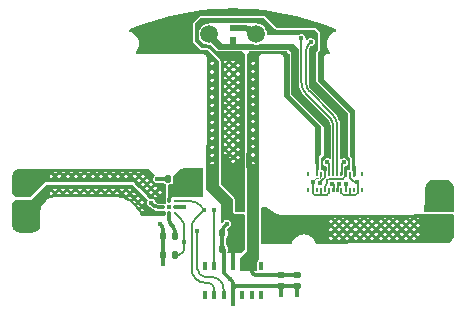
<source format=gbr>
%TF.GenerationSoftware,KiCad,Pcbnew,7.0.1*%
%TF.CreationDate,2024-01-06T02:08:50+00:00*%
%TF.ProjectId,watch_lower,77617463-685f-46c6-9f77-65722e6b6963,rev?*%
%TF.SameCoordinates,Original*%
%TF.FileFunction,Copper,L1,Top*%
%TF.FilePolarity,Positive*%
%FSLAX46Y46*%
G04 Gerber Fmt 4.6, Leading zero omitted, Abs format (unit mm)*
G04 Created by KiCad (PCBNEW 7.0.1) date 2024-01-06 02:08:50*
%MOMM*%
%LPD*%
G01*
G04 APERTURE LIST*
G04 Aperture macros list*
%AMRoundRect*
0 Rectangle with rounded corners*
0 $1 Rounding radius*
0 $2 $3 $4 $5 $6 $7 $8 $9 X,Y pos of 4 corners*
0 Add a 4 corners polygon primitive as box body*
4,1,4,$2,$3,$4,$5,$6,$7,$8,$9,$2,$3,0*
0 Add four circle primitives for the rounded corners*
1,1,$1+$1,$2,$3*
1,1,$1+$1,$4,$5*
1,1,$1+$1,$6,$7*
1,1,$1+$1,$8,$9*
0 Add four rect primitives between the rounded corners*
20,1,$1+$1,$2,$3,$4,$5,0*
20,1,$1+$1,$4,$5,$6,$7,0*
20,1,$1+$1,$6,$7,$8,$9,0*
20,1,$1+$1,$8,$9,$2,$3,0*%
G04 Aperture macros list end*
%TA.AperFunction,SMDPad,CuDef*%
%ADD10C,1.500000*%
%TD*%
%TA.AperFunction,SMDPad,CuDef*%
%ADD11R,0.500000X0.600000*%
%TD*%
%TA.AperFunction,SMDPad,CuDef*%
%ADD12RoundRect,0.140000X0.140000X0.170000X-0.140000X0.170000X-0.140000X-0.170000X0.140000X-0.170000X0*%
%TD*%
%TA.AperFunction,SMDPad,CuDef*%
%ADD13C,0.250000*%
%TD*%
%TA.AperFunction,SMDPad,CuDef*%
%ADD14RoundRect,0.140000X-0.170000X0.140000X-0.170000X-0.140000X0.170000X-0.140000X0.170000X0.140000X0*%
%TD*%
%TA.AperFunction,SMDPad,CuDef*%
%ADD15RoundRect,0.135000X0.135000X0.185000X-0.135000X0.185000X-0.135000X-0.185000X0.135000X-0.185000X0*%
%TD*%
%TA.AperFunction,SMDPad,CuDef*%
%ADD16R,0.200000X0.400000*%
%TD*%
%TA.AperFunction,SMDPad,CuDef*%
%ADD17R,0.280000X0.400000*%
%TD*%
%TA.AperFunction,SMDPad,CuDef*%
%ADD18R,0.350000X0.750000*%
%TD*%
%TA.AperFunction,ViaPad*%
%ADD19C,0.400000*%
%TD*%
%TA.AperFunction,Conductor*%
%ADD20C,0.150000*%
%TD*%
%TA.AperFunction,Conductor*%
%ADD21C,0.300000*%
%TD*%
%TA.AperFunction,Conductor*%
%ADD22C,0.100000*%
%TD*%
%TA.AperFunction,Conductor*%
%ADD23C,0.500000*%
%TD*%
G04 APERTURE END LIST*
D10*
%TO.P,TP4,1,1*%
%TO.N,GND*%
X107500000Y-54350000D03*
%TD*%
%TO.P,TP5,1,1*%
%TO.N,/M+*%
X88000000Y-70000000D03*
%TD*%
D11*
%TO.P,D1,1,1*%
%TO.N,GND*%
X105500000Y-53850000D03*
%TO.P,D1,2,2*%
%TO.N,VBUS*%
X105500000Y-54850000D03*
%TD*%
D10*
%TO.P,TP2,1,1*%
%TO.N,GND*%
X123000000Y-67800000D03*
%TD*%
D12*
%TO.P,C5,1*%
%TO.N,/REG*%
X100580000Y-71400000D03*
%TO.P,C5,2*%
%TO.N,GND*%
X99620000Y-71400000D03*
%TD*%
D13*
%TO.P,U2,A1,EN*%
%TO.N,/LRA_EN*%
X100600000Y-69500000D03*
%TO.P,U2,A2,REG*%
%TO.N,/REG*%
X100100000Y-69500000D03*
%TO.P,U2,A3,OUT+*%
%TO.N,/M+*%
X99600000Y-69500000D03*
%TO.P,U2,B1,IN/TRIG*%
%TO.N,GND*%
X100600000Y-69000000D03*
%TO.P,U2,B2,SDA*%
%TO.N,/SDA*%
X100100000Y-69000000D03*
%TO.P,U2,B3,GND*%
%TO.N,GND*%
X99600000Y-69000000D03*
%TO.P,U2,C1,SCL*%
%TO.N,/SCL*%
X100600000Y-68500000D03*
%TO.P,U2,C2,VDD*%
%TO.N,+VBAT*%
X100100000Y-68500000D03*
%TO.P,U2,C3,OUT-*%
%TO.N,/M-*%
X99600000Y-68500000D03*
%TD*%
D14*
%TO.P,C2,1*%
%TO.N,+3V3*%
X109550000Y-74720000D03*
%TO.P,C2,2*%
%TO.N,GND*%
X109550000Y-75680000D03*
%TD*%
D12*
%TO.P,C3,1*%
%TO.N,+1V8*%
X105580000Y-71200000D03*
%TO.P,C3,2*%
%TO.N,GND*%
X104620000Y-71200000D03*
%TD*%
D15*
%TO.P,R1,1*%
%TO.N,/LRA_EN*%
X100610000Y-73000000D03*
%TO.P,R1,2*%
%TO.N,GND*%
X99590000Y-73000000D03*
%TD*%
D16*
%TO.P,J1,1,1*%
%TO.N,+3V3*%
X112595000Y-66150000D03*
%TO.P,J1,2,2*%
%TO.N,unconnected-(J1-Pad2)*%
X112595000Y-67550000D03*
%TO.P,J1,3,3*%
%TO.N,GND*%
X112945000Y-66150000D03*
%TO.P,J1,4,4*%
X112945000Y-67550000D03*
%TO.P,J1,5,5*%
%TO.N,VBUS*%
X113295000Y-66150000D03*
%TO.P,J1,6,6*%
%TO.N,+VBAT*%
X113295000Y-67550000D03*
%TO.P,J1,7,7*%
%TO.N,GND*%
X113645000Y-66150000D03*
%TO.P,J1,8,8*%
X113645000Y-67550000D03*
%TO.P,J1,9,9*%
%TO.N,/SCL*%
X113995000Y-66150000D03*
%TO.P,J1,10,10*%
%TO.N,/LRA_EN*%
X113995000Y-67550000D03*
%TO.P,J1,11,11*%
%TO.N,/SDA*%
X114345000Y-66150000D03*
%TO.P,J1,12,12*%
%TO.N,/HR_INT*%
X114345000Y-67550000D03*
%TO.P,J1,13,13*%
%TO.N,GND*%
X114695000Y-66150000D03*
%TO.P,J1,14,14*%
X114695000Y-67550000D03*
%TO.P,J1,15,15*%
%TO.N,+VBAT*%
X115045000Y-66150000D03*
%TO.P,J1,16,16*%
%TO.N,VBUS*%
X115045000Y-67550000D03*
%TO.P,J1,17,17*%
%TO.N,GND*%
X115395000Y-66150000D03*
%TO.P,J1,18,18*%
X115395000Y-67550000D03*
%TO.P,J1,19,19*%
%TO.N,+1V8*%
X115745000Y-66150000D03*
%TO.P,J1,20,20*%
%TO.N,unconnected-(J1-Pad20)*%
X115745000Y-67550000D03*
D17*
%TO.P,J1,MP1,MP1*%
%TO.N,unconnected-(J1-PadMP1)*%
X111895000Y-66150000D03*
%TO.P,J1,MP2,MP2*%
%TO.N,unconnected-(J1-PadMP2)*%
X111895000Y-67550000D03*
%TO.P,J1,MP3,MP3*%
%TO.N,unconnected-(J1-PadMP3)*%
X116445000Y-67550000D03*
%TO.P,J1,MP4,MP4*%
%TO.N,unconnected-(J1-PadMP4)*%
X116445000Y-66150000D03*
%TD*%
D10*
%TO.P,TP1,1,1*%
%TO.N,+VBAT*%
X123000000Y-70900000D03*
%TD*%
D12*
%TO.P,C6,1*%
%TO.N,+VBAT*%
X100980000Y-66600000D03*
%TO.P,C6,2*%
%TO.N,GND*%
X100020000Y-66600000D03*
%TD*%
D18*
%TO.P,U1,1,NC*%
%TO.N,unconnected-(U1-NC-Pad1)*%
X103110000Y-76400000D03*
%TO.P,U1,2,SCL*%
%TO.N,/SCL*%
X103910000Y-76400000D03*
%TO.P,U1,3,SDA*%
%TO.N,/SDA*%
X104710000Y-76400000D03*
%TO.P,U1,4,PGND*%
%TO.N,GND*%
X105510000Y-76400000D03*
%TO.P,U1,5,R_DRV*%
%TO.N,unconnected-(U1-R_DRV-Pad5)*%
X106310000Y-76400000D03*
%TO.P,U1,6,IR_DRV*%
%TO.N,unconnected-(U1-IR_DRV-Pad6)*%
X107110000Y-76400000D03*
%TO.P,U1,7,NC*%
%TO.N,unconnected-(U1-NC-Pad7)*%
X107910000Y-76400000D03*
%TO.P,U1,8,NC*%
%TO.N,unconnected-(U1-NC-Pad8)*%
X107910000Y-74000000D03*
%TO.P,U1,9,VLED+*%
%TO.N,+3V3*%
X107110000Y-74000000D03*
%TO.P,U1,10,VLED+*%
X106310000Y-74000000D03*
%TO.P,U1,11,VDD*%
%TO.N,+1V8*%
X105510000Y-74000000D03*
%TO.P,U1,12,GND*%
%TO.N,GND*%
X104710000Y-74000000D03*
%TO.P,U1,13,~{INT}*%
%TO.N,/HR_INT*%
X103910000Y-74000000D03*
%TO.P,U1,14,NC*%
%TO.N,unconnected-(U1-NC-Pad14)*%
X103110000Y-74000000D03*
%TD*%
D10*
%TO.P,TP3,1,1*%
%TO.N,VBUS*%
X103500000Y-54350000D03*
%TD*%
D14*
%TO.P,C1,1*%
%TO.N,+3V3*%
X110900000Y-74720000D03*
%TO.P,C1,2*%
%TO.N,GND*%
X110900000Y-75680000D03*
%TD*%
D12*
%TO.P,C4,1*%
%TO.N,+1V8*%
X105580000Y-72550000D03*
%TO.P,C4,2*%
%TO.N,GND*%
X104620000Y-72550000D03*
%TD*%
D10*
%TO.P,TP6,1,1*%
%TO.N,/M-*%
X88000000Y-66900000D03*
%TD*%
D19*
%TO.N,GND*%
X123000000Y-69000000D03*
X101400000Y-69000000D03*
X109550000Y-76400000D03*
X112250000Y-66850000D03*
X104710000Y-73300000D03*
X105000000Y-70400000D03*
X113500000Y-65200000D03*
X123750000Y-69000000D03*
X98600000Y-68600000D03*
X99100000Y-66600000D03*
X105500000Y-77200000D03*
X114900000Y-65200000D03*
X122250000Y-69000000D03*
X99300000Y-70400000D03*
X99600000Y-73800000D03*
X110900000Y-76400000D03*
X116050000Y-66850000D03*
X105300000Y-75100000D03*
X106150000Y-53850000D03*
%TO.N,+VBAT*%
X102700000Y-67600000D03*
X106100000Y-68400000D03*
X104800000Y-64900000D03*
X104800000Y-66100000D03*
X108700000Y-70800000D03*
X102700000Y-66400000D03*
X102700000Y-67000000D03*
X108200000Y-71100000D03*
X104800000Y-65500000D03*
X108200000Y-70500000D03*
X106100000Y-69000000D03*
X108700000Y-71400000D03*
%TO.N,VBUS*%
X115100000Y-67000000D03*
X112916606Y-66957597D03*
%TO.N,/SCL*%
X111300000Y-54700000D03*
X103100000Y-69200000D03*
%TO.N,/LRA_EN*%
X101398182Y-71900000D03*
X113900000Y-67000000D03*
%TO.N,/SDA*%
X112100000Y-55000000D03*
X100100000Y-69000000D03*
X102500000Y-71000000D03*
%TO.N,/HR_INT*%
X114500000Y-67000000D03*
X103910000Y-69210000D03*
%TD*%
D20*
%TO.N,/SCL*%
X102692900Y-68792886D02*
G75*
G03*
X101985786Y-68500000I-707100J-707114D01*
G01*
X102292886Y-70007100D02*
G75*
G03*
X102000000Y-70714214I707114J-707100D01*
G01*
%TO.N,/LRA_EN*%
X101105289Y-70005289D02*
X100600000Y-69500000D01*
X101398190Y-70712396D02*
G75*
G03*
X101105289Y-70005289I-999990J-4D01*
G01*
X101398182Y-71900000D02*
X101398182Y-70712396D01*
D21*
%TO.N,+3V3*%
X106310000Y-74000000D02*
X107110000Y-74000000D01*
X110900000Y-74720000D02*
X109700000Y-74720000D01*
X107168579Y-74568579D02*
X107261422Y-74661422D01*
X107110000Y-74000000D02*
X107110000Y-74427157D01*
X107402843Y-74720000D02*
X109700000Y-74720000D01*
X107110031Y-74427157D02*
G75*
G03*
X107168580Y-74568578I199969J-43D01*
G01*
X107261401Y-74661443D02*
G75*
G03*
X107402843Y-74720000I141399J141443D01*
G01*
D22*
%TO.N,GND*%
X112483824Y-66616176D02*
X112250000Y-66850000D01*
D20*
X113675000Y-65375000D02*
X113500000Y-65200000D01*
D21*
X105510000Y-76400000D02*
X105510000Y-75392843D01*
D20*
X112945000Y-67550000D02*
X112945000Y-67950000D01*
D23*
X106150000Y-53850000D02*
X106585786Y-53850000D01*
D21*
X104710000Y-74000000D02*
X104710000Y-74427157D01*
D20*
X116070000Y-66870000D02*
X116050000Y-66850000D01*
X113445000Y-67975000D02*
X112970000Y-67975000D01*
X115453579Y-66558579D02*
X115686422Y-66791422D01*
D21*
X105510000Y-75890000D02*
X105510000Y-76400000D01*
X104620000Y-71200000D02*
X104620000Y-70987107D01*
D20*
X112945000Y-67950000D02*
X112920000Y-67975000D01*
X115395000Y-67950000D02*
X115370000Y-67975000D01*
D21*
X105510000Y-77190000D02*
X105500000Y-77200000D01*
X99590000Y-73790000D02*
X99600000Y-73800000D01*
D20*
X112970000Y-67975000D02*
X112945000Y-67950000D01*
D22*
X112709560Y-66557597D02*
X112625246Y-66557597D01*
D20*
X115827843Y-66850000D02*
X116050000Y-66850000D01*
X114725000Y-66200000D02*
X114725000Y-65375000D01*
D21*
X99620000Y-72970000D02*
X99590000Y-73000000D01*
X104768579Y-74568579D02*
X105300000Y-75100000D01*
X104766447Y-70633553D02*
X105000000Y-70400000D01*
X104710000Y-72640000D02*
X104620000Y-72550000D01*
D22*
X112945000Y-66150000D02*
X112945000Y-66322157D01*
D20*
X114725000Y-65375000D02*
X114900000Y-65200000D01*
X112260000Y-67775000D02*
X112260000Y-66860000D01*
D22*
X112886421Y-66463579D02*
X112850981Y-66499019D01*
D20*
X113645000Y-67550000D02*
X113645000Y-67775000D01*
X115395000Y-67550000D02*
X115395000Y-67950000D01*
X112920000Y-67975000D02*
X112460000Y-67975000D01*
D23*
X107292893Y-54142893D02*
X107500000Y-54350000D01*
D21*
X105451421Y-75251421D02*
X105300000Y-75100000D01*
D23*
X105500000Y-53850000D02*
X106150000Y-53850000D01*
D20*
X113675000Y-66200000D02*
X113675000Y-65375000D01*
D21*
X99620000Y-71400000D02*
X99620000Y-70927107D01*
D20*
X115370000Y-67975000D02*
X114895000Y-67975000D01*
D21*
X109550000Y-75680000D02*
X109550000Y-76400000D01*
X105661421Y-75738579D02*
X105510000Y-75890000D01*
X110900000Y-75680000D02*
X110900000Y-76400000D01*
X98853553Y-68853553D02*
X98600000Y-68600000D01*
X109700000Y-75680000D02*
X105802843Y-75680000D01*
X104620000Y-72550000D02*
X104620000Y-71200000D01*
D20*
X112260000Y-66860000D02*
X112250000Y-66850000D01*
D21*
X99620000Y-71400000D02*
X99620000Y-72970000D01*
D20*
X115395000Y-67950000D02*
X115420000Y-67975000D01*
D21*
X99600000Y-69000000D02*
X99207107Y-69000000D01*
X99590000Y-73000000D02*
X99590000Y-73790000D01*
X100020000Y-66600000D02*
X99100000Y-66600000D01*
X100600000Y-69000000D02*
X101400000Y-69000000D01*
D20*
X115420000Y-67975000D02*
X115870000Y-67975000D01*
D21*
X104710000Y-74000000D02*
X104710000Y-72640000D01*
X99473553Y-70573553D02*
X99300000Y-70400000D01*
X109700000Y-75680000D02*
X110900000Y-75680000D01*
D20*
X114695000Y-67775000D02*
X114695000Y-67550000D01*
D21*
X105510000Y-76400000D02*
X105510000Y-77190000D01*
D20*
X115395000Y-66150000D02*
X115395000Y-66417157D01*
X116070000Y-67775000D02*
X116070000Y-66870000D01*
D22*
X112709560Y-66557569D02*
G75*
G03*
X112850980Y-66499018I40J199969D01*
G01*
D20*
X112260000Y-67775000D02*
G75*
G03*
X112460000Y-67975000I200000J0D01*
G01*
D22*
X112886442Y-66463600D02*
G75*
G03*
X112945000Y-66322157I-141442J141400D01*
G01*
D20*
X114695000Y-67775000D02*
G75*
G03*
X114895000Y-67975000I200000J0D01*
G01*
D21*
X105509969Y-75392843D02*
G75*
G03*
X105451420Y-75251422I-199969J43D01*
G01*
X98853550Y-68853556D02*
G75*
G03*
X99207107Y-69000000I353550J353556D01*
G01*
D22*
X112625246Y-66557631D02*
G75*
G03*
X112483825Y-66616177I-46J-199969D01*
G01*
D23*
X107292900Y-54142886D02*
G75*
G03*
X106585786Y-53850000I-707100J-707114D01*
G01*
D20*
X115395031Y-66417157D02*
G75*
G03*
X115453580Y-66558578I199969J-43D01*
G01*
D21*
X105802843Y-75680031D02*
G75*
G03*
X105661422Y-75738580I-43J-199969D01*
G01*
X104710031Y-74427157D02*
G75*
G03*
X104768580Y-74568578I199969J-43D01*
G01*
D20*
X115870000Y-67975000D02*
G75*
G03*
X116070000Y-67775000I0J200000D01*
G01*
D21*
X104766444Y-70633550D02*
G75*
G03*
X104620000Y-70987107I353556J-353550D01*
G01*
D20*
X113445000Y-67975000D02*
G75*
G03*
X113645000Y-67775000I0J200000D01*
G01*
D21*
X99619995Y-70927107D02*
G75*
G03*
X99473553Y-70573553I-499995J7D01*
G01*
D20*
X115686401Y-66791443D02*
G75*
G03*
X115827843Y-66850000I141399J141443D01*
G01*
D21*
%TO.N,+1V8*%
X105580000Y-72550000D02*
X105580000Y-71200000D01*
X105510000Y-72620000D02*
X105580000Y-72550000D01*
X105510000Y-74000000D02*
X105510000Y-72620000D01*
%TO.N,/REG*%
X100246447Y-70446447D02*
X100433554Y-70633554D01*
X100100000Y-69500000D02*
X100100000Y-70092893D01*
X100580000Y-70987107D02*
X100580000Y-71400000D01*
X100100005Y-70092893D02*
G75*
G03*
X100246447Y-70446447I499995J-7D01*
G01*
X100579995Y-70987107D02*
G75*
G03*
X100433554Y-70633554I-499995J7D01*
G01*
%TO.N,+VBAT*%
X100100000Y-68500000D02*
X100100000Y-68307107D01*
D20*
X113391421Y-67108579D02*
X113353578Y-67146422D01*
X113295000Y-67287843D02*
X113295000Y-67550000D01*
X113450000Y-66832843D02*
X113450000Y-66967157D01*
X114845000Y-66575000D02*
X113707843Y-66575000D01*
D21*
X100980000Y-67012893D02*
X100980000Y-66600000D01*
D20*
X115045000Y-66150000D02*
X115045000Y-66375000D01*
D21*
X100246447Y-67953553D02*
X100833554Y-67366446D01*
D20*
X113566421Y-66633579D02*
X113508578Y-66691422D01*
X113391442Y-67108600D02*
G75*
G03*
X113450000Y-66967157I-141442J141400D01*
G01*
X114845000Y-66575000D02*
G75*
G03*
X115045000Y-66375000I0J200000D01*
G01*
X113353557Y-67146401D02*
G75*
G03*
X113295000Y-67287843I141443J-141399D01*
G01*
X113707843Y-66575031D02*
G75*
G03*
X113566422Y-66633580I-43J-199969D01*
G01*
X113508557Y-66691401D02*
G75*
G03*
X113450000Y-66832843I141443J-141399D01*
G01*
D21*
X100833557Y-67366449D02*
G75*
G03*
X100980000Y-67012893I-353557J353549D01*
G01*
X100246444Y-67953550D02*
G75*
G03*
X100100000Y-68307107I353556J-353550D01*
G01*
D20*
%TO.N,VBUS*%
X115045000Y-67550000D02*
X115045000Y-67055000D01*
X115045000Y-67055000D02*
X115100000Y-67000000D01*
X113295000Y-66397893D02*
X113295000Y-66150000D01*
X112916606Y-66859130D02*
X113236422Y-66539314D01*
X112916606Y-66957597D02*
X112916606Y-66859130D01*
X113236425Y-66539317D02*
G75*
G03*
X113295000Y-66397893I-141425J141417D01*
G01*
%TO.N,/SCL*%
X102000000Y-70714214D02*
X102000000Y-74200000D01*
X103200000Y-75400000D02*
X103410000Y-75400000D01*
X111300000Y-54700000D02*
X111300000Y-58420101D01*
X100600000Y-68500000D02*
X101985786Y-68500000D01*
X113995000Y-62109214D02*
X113995000Y-66150000D01*
X103100000Y-69200000D02*
X102292893Y-70007107D01*
X103910000Y-75900000D02*
X103910000Y-76400000D01*
X111710051Y-59410051D02*
X113702107Y-61402107D01*
X102692893Y-68792893D02*
X103100000Y-69200000D01*
X102000000Y-74200000D02*
G75*
G03*
X103200000Y-75400000I1200000J0D01*
G01*
X111300000Y-58420101D02*
G75*
G03*
X111710052Y-59410050I1400000J1D01*
G01*
X103910000Y-75900000D02*
G75*
G03*
X103410000Y-75400000I-500000J0D01*
G01*
X113994990Y-62109214D02*
G75*
G03*
X113702107Y-61402107I-999990J14D01*
G01*
%TO.N,/LRA_EN*%
X114025000Y-67025000D02*
X114025000Y-67600000D01*
X100900000Y-73000000D02*
X100610000Y-73000000D01*
X101398182Y-71900000D02*
X101398182Y-72565587D01*
X100900000Y-73000035D02*
G75*
G03*
X101398182Y-72565587I-1900J505035D01*
G01*
%TO.N,/SDA*%
X111992893Y-59192893D02*
X113934950Y-61134950D01*
X112100000Y-55000000D02*
X111992893Y-55107107D01*
X111700000Y-55814214D02*
X111700000Y-58485786D01*
X103200000Y-74900000D02*
X103710000Y-74900000D01*
X102500000Y-71000000D02*
X102500000Y-74200000D01*
X104710000Y-75900000D02*
X104710000Y-76400000D01*
X114345000Y-62124899D02*
X114345000Y-66150000D01*
X111700010Y-58485786D02*
G75*
G03*
X111992893Y-59192893I999990J-14D01*
G01*
X111992886Y-55107100D02*
G75*
G03*
X111700000Y-55814214I707114J-707100D01*
G01*
X102500000Y-74200000D02*
G75*
G03*
X103200000Y-74900000I700000J0D01*
G01*
X114345000Y-62124899D02*
G75*
G03*
X113934949Y-61134951I-1400000J-1D01*
G01*
X104710000Y-75900000D02*
G75*
G03*
X103710000Y-74900000I-1000000J0D01*
G01*
%TO.N,/HR_INT*%
X114375000Y-67025000D02*
X114375000Y-67600000D01*
X103910000Y-69210000D02*
X103910000Y-74000000D01*
%TD*%
%TA.AperFunction,Conductor*%
%TO.N,/M-*%
G36*
X98341917Y-65749883D02*
G01*
X98365924Y-65765924D01*
X98849833Y-66249833D01*
X98868986Y-66283006D01*
X98868986Y-66321312D01*
X98849833Y-66354485D01*
X98812905Y-66391412D01*
X98795036Y-66426483D01*
X98762500Y-66490339D01*
X98745131Y-66600000D01*
X98762500Y-66709661D01*
X98812905Y-66808587D01*
X98891413Y-66887095D01*
X98990339Y-66937500D01*
X99100000Y-66954869D01*
X99209661Y-66937500D01*
X99266449Y-66908564D01*
X99300044Y-66900500D01*
X99571845Y-66900500D01*
X99612245Y-66912501D01*
X99625520Y-66928118D01*
X99626405Y-66927234D01*
X99636186Y-66937015D01*
X99636187Y-66937016D01*
X99712984Y-67013813D01*
X99801578Y-67052931D01*
X99836194Y-67084364D01*
X99845055Y-67130275D01*
X99844500Y-67134495D01*
X99844500Y-68030095D01*
X99840879Y-68052960D01*
X99819208Y-68119660D01*
X99799499Y-68244109D01*
X99799500Y-68276340D01*
X99799500Y-68527843D01*
X99815307Y-68612402D01*
X99810714Y-68654844D01*
X99783442Y-68687687D01*
X99742567Y-68700000D01*
X99671293Y-68700000D01*
X99668618Y-68699500D01*
X99656173Y-68699500D01*
X99266708Y-68699500D01*
X99266702Y-68699499D01*
X99211951Y-68699499D01*
X99202294Y-68698866D01*
X99165127Y-68693974D01*
X99146468Y-68688975D01*
X99116348Y-68676499D01*
X99099622Y-68666842D01*
X99069912Y-68644045D01*
X99062634Y-68637663D01*
X98958677Y-68533706D01*
X98937914Y-68492956D01*
X98937500Y-68490339D01*
X98887095Y-68391413D01*
X98871682Y-68376000D01*
X99191718Y-68376000D01*
X99353317Y-68376000D01*
X99377305Y-68340098D01*
X99302462Y-68265255D01*
X99191718Y-68376000D01*
X98871682Y-68376000D01*
X98808587Y-68312905D01*
X98709661Y-68262500D01*
X98600000Y-68245131D01*
X98599999Y-68245131D01*
X98503545Y-68260407D01*
X98469102Y-68257696D01*
X98439644Y-68239644D01*
X98240460Y-68040460D01*
X98820150Y-68040460D01*
X98945731Y-68104446D01*
X98964462Y-68118055D01*
X99031700Y-68185293D01*
X99127100Y-68089892D01*
X99477825Y-68089892D01*
X99559843Y-68171910D01*
X99576000Y-68069893D01*
X99576000Y-67991718D01*
X99477825Y-68089892D01*
X99127100Y-68089892D01*
X98948909Y-67911701D01*
X98820150Y-68040460D01*
X98240460Y-68040460D01*
X97936339Y-67736339D01*
X98417165Y-67736339D01*
X98595356Y-67914530D01*
X98773546Y-67736339D01*
X99124272Y-67736339D01*
X99302463Y-67914530D01*
X99480653Y-67736339D01*
X99302463Y-67558149D01*
X99124272Y-67736339D01*
X98773546Y-67736339D01*
X98595356Y-67558149D01*
X98417165Y-67736339D01*
X97936339Y-67736339D01*
X97582786Y-67382786D01*
X98063612Y-67382786D01*
X98241803Y-67560977D01*
X98419994Y-67382786D01*
X98419993Y-67382785D01*
X98770718Y-67382785D01*
X98948909Y-67560976D01*
X99127100Y-67382785D01*
X99477825Y-67382785D01*
X99576000Y-67480961D01*
X99576000Y-67284611D01*
X99477825Y-67382785D01*
X99127100Y-67382785D01*
X98948909Y-67204594D01*
X98770718Y-67382785D01*
X98419993Y-67382785D01*
X98241803Y-67204595D01*
X98063612Y-67382786D01*
X97582786Y-67382786D01*
X97229232Y-67029232D01*
X97710058Y-67029232D01*
X97888249Y-67207423D01*
X98066439Y-67029232D01*
X98417165Y-67029232D01*
X98595356Y-67207423D01*
X98728186Y-67074593D01*
X98618055Y-66964462D01*
X98604446Y-66945731D01*
X98569416Y-66876980D01*
X98417165Y-67029232D01*
X98066439Y-67029232D01*
X97888249Y-66851042D01*
X97710058Y-67029232D01*
X97229232Y-67029232D01*
X97100000Y-66900000D01*
X89700000Y-66900000D01*
X89700000Y-66675679D01*
X97356505Y-66675679D01*
X97534696Y-66853870D01*
X97712886Y-66675679D01*
X98063612Y-66675679D01*
X98241803Y-66853870D01*
X98419993Y-66675679D01*
X98241803Y-66497488D01*
X98063612Y-66675679D01*
X97712886Y-66675679D01*
X97534696Y-66497488D01*
X97356505Y-66675679D01*
X89700000Y-66675679D01*
X89700000Y-66576000D01*
X90385117Y-66576000D01*
X90542140Y-66576000D01*
X91092223Y-66576000D01*
X91249247Y-66576000D01*
X91799330Y-66576000D01*
X91956354Y-66576000D01*
X92506437Y-66576000D01*
X92663460Y-66576000D01*
X93213544Y-66576000D01*
X93370567Y-66576000D01*
X93920650Y-66576000D01*
X94077674Y-66576000D01*
X94627757Y-66576000D01*
X94784781Y-66576000D01*
X95334864Y-66576000D01*
X95491887Y-66576000D01*
X96041971Y-66576000D01*
X96198994Y-66576000D01*
X96749078Y-66576000D01*
X96906101Y-66576000D01*
X96827589Y-66497488D01*
X96749078Y-66576000D01*
X96198994Y-66576000D01*
X96120482Y-66497488D01*
X96041971Y-66576000D01*
X95491887Y-66576000D01*
X95413375Y-66497488D01*
X95334864Y-66576000D01*
X94784781Y-66576000D01*
X94706269Y-66497488D01*
X94627757Y-66576000D01*
X94077674Y-66576000D01*
X93999162Y-66497488D01*
X93920650Y-66576000D01*
X93370567Y-66576000D01*
X93292055Y-66497488D01*
X93213544Y-66576000D01*
X92663460Y-66576000D01*
X92584948Y-66497488D01*
X92506437Y-66576000D01*
X91956354Y-66576000D01*
X91877842Y-66497488D01*
X91799330Y-66576000D01*
X91249247Y-66576000D01*
X91170735Y-66497488D01*
X91092223Y-66576000D01*
X90542140Y-66576000D01*
X90463628Y-66497488D01*
X90385117Y-66576000D01*
X89700000Y-66576000D01*
X89700000Y-66414242D01*
X90024000Y-66414242D01*
X90110075Y-66500317D01*
X90288266Y-66322126D01*
X90638991Y-66322126D01*
X90817181Y-66500316D01*
X90995372Y-66322125D01*
X91346097Y-66322125D01*
X91524288Y-66500316D01*
X91702479Y-66322126D01*
X91702478Y-66322125D01*
X92053204Y-66322125D01*
X92231395Y-66500316D01*
X92409586Y-66322126D01*
X92760311Y-66322126D01*
X92938502Y-66500317D01*
X93116693Y-66322126D01*
X93467418Y-66322126D01*
X93645608Y-66500316D01*
X93823798Y-66322126D01*
X94174525Y-66322126D01*
X94352715Y-66500316D01*
X94530906Y-66322125D01*
X94881631Y-66322125D01*
X95059822Y-66500316D01*
X95238013Y-66322126D01*
X95588738Y-66322126D01*
X95766929Y-66500317D01*
X95945120Y-66322126D01*
X96295845Y-66322126D01*
X96474036Y-66500317D01*
X96652227Y-66322126D01*
X97002952Y-66322126D01*
X97181142Y-66500316D01*
X97359333Y-66322125D01*
X97710058Y-66322125D01*
X97888249Y-66500316D01*
X98066440Y-66322126D01*
X98066439Y-66322125D01*
X98417164Y-66322125D01*
X98521522Y-66426483D01*
X98521865Y-66424323D01*
X98529019Y-66402306D01*
X98534109Y-66392315D01*
X98440541Y-66298747D01*
X98417164Y-66322125D01*
X98066439Y-66322125D01*
X97888249Y-66143935D01*
X97710058Y-66322125D01*
X97359333Y-66322125D01*
X97181142Y-66143935D01*
X97002952Y-66322126D01*
X96652227Y-66322126D01*
X96474036Y-66143935D01*
X96295845Y-66322126D01*
X95945120Y-66322126D01*
X95766929Y-66143935D01*
X95588738Y-66322126D01*
X95238013Y-66322126D01*
X95059822Y-66143935D01*
X94881631Y-66322125D01*
X94530906Y-66322125D01*
X94352715Y-66143935D01*
X94174525Y-66322126D01*
X93823798Y-66322126D01*
X93823799Y-66322125D01*
X93645608Y-66143935D01*
X93467418Y-66322126D01*
X93116693Y-66322126D01*
X92938502Y-66143935D01*
X92760311Y-66322126D01*
X92409586Y-66322126D01*
X92231395Y-66143935D01*
X92053204Y-66322125D01*
X91702478Y-66322125D01*
X91524288Y-66143935D01*
X91346097Y-66322125D01*
X90995372Y-66322125D01*
X90817181Y-66143935D01*
X90638991Y-66322126D01*
X90288266Y-66322126D01*
X90110075Y-66143935D01*
X90024000Y-66230010D01*
X90024000Y-66414242D01*
X89700000Y-66414242D01*
X89700000Y-66024000D01*
X90340865Y-66024000D01*
X90463628Y-66146763D01*
X90586392Y-66024000D01*
X91047971Y-66024000D01*
X91170735Y-66146763D01*
X91293499Y-66024000D01*
X91755078Y-66024000D01*
X91877842Y-66146763D01*
X92000606Y-66024000D01*
X92462185Y-66024000D01*
X92584948Y-66146763D01*
X92707712Y-66024000D01*
X93169292Y-66024000D01*
X93292055Y-66146763D01*
X93414819Y-66024000D01*
X93876398Y-66024000D01*
X93999162Y-66146763D01*
X94121926Y-66024000D01*
X94583505Y-66024000D01*
X94706269Y-66146763D01*
X94829033Y-66024000D01*
X95290612Y-66024000D01*
X95413375Y-66146763D01*
X95536139Y-66024000D01*
X95997719Y-66024000D01*
X96120482Y-66146763D01*
X96243246Y-66024000D01*
X96704826Y-66024000D01*
X96827589Y-66146763D01*
X96950353Y-66024000D01*
X97411932Y-66024000D01*
X97534696Y-66146763D01*
X97657460Y-66024000D01*
X98119039Y-66024000D01*
X98241802Y-66146763D01*
X98265180Y-66123386D01*
X98165794Y-66024000D01*
X98119039Y-66024000D01*
X97657460Y-66024000D01*
X97411932Y-66024000D01*
X96950353Y-66024000D01*
X96704826Y-66024000D01*
X96243246Y-66024000D01*
X95997719Y-66024000D01*
X95536139Y-66024000D01*
X95290612Y-66024000D01*
X94829033Y-66024000D01*
X94583505Y-66024000D01*
X94121926Y-66024000D01*
X93876398Y-66024000D01*
X93414819Y-66024000D01*
X93169292Y-66024000D01*
X92707712Y-66024000D01*
X92462185Y-66024000D01*
X92000606Y-66024000D01*
X91755078Y-66024000D01*
X91293499Y-66024000D01*
X91047971Y-66024000D01*
X90586392Y-66024000D01*
X90340865Y-66024000D01*
X89700000Y-66024000D01*
X89700000Y-65744252D01*
X90527845Y-65744250D01*
X98313598Y-65744250D01*
X98341917Y-65749883D01*
G37*
%TD.AperFunction*%
%TD*%
%TA.AperFunction,Conductor*%
%TO.N,+VBAT*%
G36*
X124162500Y-69609914D02*
G01*
X124189586Y-69637000D01*
X124199500Y-69674000D01*
X124199500Y-71346331D01*
X124199143Y-71353591D01*
X124186761Y-71479186D01*
X124183930Y-71493411D01*
X124148349Y-71610681D01*
X124142798Y-71624082D01*
X124085019Y-71732168D01*
X124076960Y-71744228D01*
X123999215Y-71838959D01*
X123988959Y-71849215D01*
X123894228Y-71926960D01*
X123882168Y-71935019D01*
X123774082Y-71992798D01*
X123760681Y-71998349D01*
X123643411Y-72033930D01*
X123629186Y-72036761D01*
X123503591Y-72049143D01*
X123496331Y-72049500D01*
X121700000Y-72049500D01*
X121700000Y-69600000D01*
X124125500Y-69600000D01*
X124162500Y-69609914D01*
G37*
%TD.AperFunction*%
%TD*%
%TA.AperFunction,Conductor*%
%TO.N,+VBAT*%
G36*
X115244500Y-64569343D02*
G01*
X115247489Y-64599691D01*
X115253120Y-64628002D01*
X115276339Y-64684057D01*
X115292384Y-64708070D01*
X115311714Y-64731624D01*
X115422826Y-64842736D01*
X115438867Y-64866743D01*
X115444500Y-64895062D01*
X115444500Y-65725500D01*
X115434586Y-65762500D01*
X115407500Y-65789586D01*
X115370500Y-65799500D01*
X115280180Y-65799500D01*
X115236277Y-65808233D01*
X115236278Y-65808233D01*
X115186496Y-65841496D01*
X115153233Y-65891278D01*
X115144500Y-65935181D01*
X115144500Y-66326000D01*
X115134586Y-66363000D01*
X115107500Y-66390086D01*
X115070500Y-66400000D01*
X115019500Y-66400000D01*
X114982500Y-66390086D01*
X114955414Y-66363000D01*
X114945500Y-66326000D01*
X114945500Y-66274891D01*
X114950500Y-66251369D01*
X114950500Y-65610073D01*
X114958565Y-65576479D01*
X114981002Y-65550207D01*
X115000894Y-65541966D01*
X115009658Y-65537500D01*
X115009661Y-65537500D01*
X115108587Y-65487095D01*
X115187095Y-65408587D01*
X115237500Y-65309661D01*
X115254869Y-65200000D01*
X115237500Y-65090339D01*
X115187095Y-64991413D01*
X115108587Y-64912905D01*
X115009661Y-64862500D01*
X114900000Y-64845131D01*
X114790339Y-64862500D01*
X114724046Y-64896278D01*
X114680970Y-64918226D01*
X114680065Y-64916450D01*
X114658937Y-64927744D01*
X114616181Y-64923533D01*
X114582971Y-64896278D01*
X114570500Y-64855166D01*
X114570500Y-62018359D01*
X114570500Y-62018358D01*
X114542687Y-61807099D01*
X114487538Y-61601278D01*
X114445587Y-61500000D01*
X115244500Y-61500000D01*
X115244500Y-64569343D01*
G37*
%TD.AperFunction*%
%TD*%
%TA.AperFunction,Conductor*%
%TO.N,+3V3*%
G36*
X110300000Y-59500000D02*
G01*
X112978326Y-62178326D01*
X112994367Y-62202333D01*
X113000000Y-62230652D01*
X113000000Y-62300000D01*
X112469690Y-62300000D01*
X112468977Y-62293862D01*
X112467585Y-62263717D01*
X112462443Y-62252071D01*
X112457398Y-62235780D01*
X112455061Y-62223276D01*
X112439172Y-62197615D01*
X112434400Y-62188559D01*
X112422206Y-62160944D01*
X112413207Y-62151945D01*
X112402617Y-62138574D01*
X112395919Y-62127757D01*
X112371837Y-62109571D01*
X112364106Y-62102844D01*
X109822174Y-59560912D01*
X109806133Y-59536905D01*
X109800500Y-59508586D01*
X109800500Y-56402241D01*
X109800813Y-56400000D01*
X110300000Y-56400000D01*
X110300000Y-59500000D01*
G37*
%TD.AperFunction*%
%TD*%
%TA.AperFunction,Conductor*%
%TO.N,+1V8*%
G36*
X104300000Y-67100000D02*
G01*
X105478326Y-68278326D01*
X105494367Y-68302333D01*
X105500000Y-68330652D01*
X105500000Y-69400000D01*
X105700000Y-69600000D01*
X106426000Y-69600000D01*
X106463000Y-69609914D01*
X106490086Y-69637000D01*
X106500000Y-69674000D01*
X106500000Y-72569348D01*
X106494367Y-72597667D01*
X106478326Y-72621674D01*
X106221674Y-72878326D01*
X106197667Y-72894367D01*
X106169348Y-72900000D01*
X105111647Y-72900000D01*
X105066148Y-72884360D01*
X105039882Y-72844050D01*
X105043952Y-72796110D01*
X105047682Y-72787661D01*
X105050500Y-72763373D01*
X105050499Y-72336628D01*
X105047682Y-72312338D01*
X105003813Y-72212984D01*
X104942174Y-72151345D01*
X104926133Y-72127337D01*
X104920500Y-72099019D01*
X104920500Y-71650981D01*
X104926133Y-71622663D01*
X104942174Y-71598655D01*
X104942174Y-71598654D01*
X105003813Y-71537016D01*
X105047682Y-71437662D01*
X105050500Y-71413373D01*
X105050499Y-70986628D01*
X105047682Y-70962338D01*
X105011475Y-70880338D01*
X105006431Y-70836854D01*
X105026844Y-70798126D01*
X105066292Y-70758677D01*
X105107043Y-70737915D01*
X105108863Y-70737626D01*
X105109661Y-70737500D01*
X105208587Y-70687095D01*
X105287095Y-70608587D01*
X105337500Y-70509661D01*
X105354869Y-70400000D01*
X105337500Y-70290339D01*
X105287095Y-70191413D01*
X105208587Y-70112905D01*
X105109661Y-70062500D01*
X105000000Y-70045131D01*
X104999999Y-70045131D01*
X104945169Y-70053815D01*
X104890339Y-70062500D01*
X104840875Y-70087702D01*
X104791412Y-70112905D01*
X104712905Y-70191412D01*
X104662498Y-70290340D01*
X104662084Y-70292960D01*
X104641324Y-70333703D01*
X104626328Y-70348700D01*
X104588438Y-70368954D01*
X104545683Y-70364744D01*
X104512472Y-70337489D01*
X104500000Y-70296376D01*
X104500000Y-68700000D01*
X103221674Y-67421674D01*
X103205633Y-67397667D01*
X103200000Y-67369348D01*
X103200000Y-65700000D01*
X104300000Y-65700000D01*
X104300000Y-67100000D01*
G37*
%TD.AperFunction*%
%TD*%
%TA.AperFunction,Conductor*%
%TO.N,+1V8*%
G36*
X113199500Y-57945766D02*
G01*
X113197049Y-57960786D01*
X113199421Y-58012079D01*
X113199500Y-58015497D01*
X113199500Y-58034700D01*
X113199840Y-58036519D01*
X113201021Y-58046697D01*
X113202415Y-58076846D01*
X113207555Y-58088489D01*
X113212598Y-58104773D01*
X113214938Y-58117286D01*
X113230825Y-58142947D01*
X113235602Y-58152009D01*
X113247793Y-58179618D01*
X113256791Y-58188616D01*
X113267381Y-58201985D01*
X113274081Y-58212807D01*
X113298165Y-58230994D01*
X113305896Y-58237721D01*
X115847826Y-60779651D01*
X115863867Y-60803658D01*
X115869500Y-60831977D01*
X115869500Y-61000000D01*
X115400000Y-61000000D01*
X112721674Y-58321674D01*
X112705633Y-58297667D01*
X112700000Y-58269348D01*
X112700000Y-56400000D01*
X113199500Y-56400000D01*
X113199500Y-57945766D01*
G37*
%TD.AperFunction*%
%TD*%
%TA.AperFunction,Conductor*%
%TO.N,+3V3*%
G36*
X107696675Y-56318010D02*
G01*
X107695598Y-56321793D01*
X107699184Y-56360481D01*
X107699500Y-56367310D01*
X107699500Y-65700000D01*
X106700000Y-65700000D01*
X106678326Y-65678326D01*
X106679533Y-65677119D01*
X106665414Y-65663000D01*
X106655500Y-65626000D01*
X106655500Y-65242640D01*
X107052399Y-65242640D01*
X107185759Y-65376000D01*
X107275421Y-65376000D01*
X107408780Y-65242640D01*
X107230590Y-65064449D01*
X107052399Y-65242640D01*
X106655500Y-65242640D01*
X106655500Y-64966408D01*
X106977905Y-64966408D01*
X107055226Y-64889087D01*
X107405953Y-64889087D01*
X107451500Y-64934634D01*
X107451500Y-64843540D01*
X107405953Y-64889087D01*
X107055226Y-64889087D01*
X107055227Y-64889086D01*
X106978723Y-64812582D01*
X106977905Y-64966408D01*
X106655500Y-64966408D01*
X106655500Y-64666206D01*
X106655501Y-64665812D01*
X106656194Y-64535533D01*
X107052399Y-64535533D01*
X107230590Y-64713724D01*
X107408780Y-64535533D01*
X107230590Y-64357343D01*
X107052399Y-64535533D01*
X106656194Y-64535533D01*
X106657684Y-64255520D01*
X106981687Y-64255520D01*
X107055227Y-64181980D01*
X107405953Y-64181980D01*
X107451500Y-64227527D01*
X107451500Y-64136433D01*
X107405953Y-64181980D01*
X107055227Y-64181980D01*
X106982465Y-64109217D01*
X106981687Y-64255520D01*
X106657684Y-64255520D01*
X106659956Y-63828427D01*
X107052399Y-63828427D01*
X107230590Y-64006617D01*
X107408781Y-63828427D01*
X107230590Y-63650236D01*
X107052399Y-63828427D01*
X106659956Y-63828427D01*
X106661465Y-63544632D01*
X106985468Y-63544632D01*
X107055227Y-63474873D01*
X107405953Y-63474873D01*
X107451500Y-63520421D01*
X107451500Y-63429327D01*
X107405953Y-63474873D01*
X107055227Y-63474873D01*
X106986206Y-63405852D01*
X106985468Y-63544632D01*
X106661465Y-63544632D01*
X106663716Y-63121320D01*
X107052399Y-63121320D01*
X107230590Y-63299510D01*
X107408781Y-63121320D01*
X107230590Y-62943129D01*
X107052399Y-63121320D01*
X106663716Y-63121320D01*
X106665246Y-62833744D01*
X106989249Y-62833744D01*
X107055227Y-62767766D01*
X107405953Y-62767766D01*
X107451500Y-62813314D01*
X107451500Y-62722220D01*
X107405953Y-62767766D01*
X107055227Y-62767766D01*
X106989947Y-62702486D01*
X106989249Y-62833744D01*
X106665246Y-62833744D01*
X106667477Y-62414213D01*
X107052399Y-62414213D01*
X107230590Y-62592403D01*
X107408780Y-62414213D01*
X107230590Y-62236022D01*
X107052399Y-62414213D01*
X106667477Y-62414213D01*
X106669027Y-62122856D01*
X106993031Y-62122856D01*
X107055226Y-62060660D01*
X107405953Y-62060660D01*
X107451500Y-62106207D01*
X107451500Y-62015113D01*
X107405953Y-62060660D01*
X107055226Y-62060660D01*
X107055227Y-62060659D01*
X106993689Y-61999121D01*
X106993031Y-62122856D01*
X106669027Y-62122856D01*
X106671238Y-61707106D01*
X107052399Y-61707106D01*
X107230590Y-61885297D01*
X107408780Y-61707106D01*
X107230590Y-61528916D01*
X107052399Y-61707106D01*
X106671238Y-61707106D01*
X106672808Y-61411967D01*
X106996812Y-61411967D01*
X107055226Y-61353553D01*
X107405953Y-61353553D01*
X107451500Y-61399100D01*
X107451500Y-61308006D01*
X107405953Y-61353553D01*
X107055226Y-61353553D01*
X107055227Y-61353552D01*
X106997430Y-61295755D01*
X106996812Y-61411967D01*
X106672808Y-61411967D01*
X106674999Y-60999999D01*
X107052399Y-60999999D01*
X107230590Y-61178190D01*
X107408780Y-60999999D01*
X107230590Y-60821809D01*
X107052399Y-60999999D01*
X106674999Y-60999999D01*
X106676589Y-60701079D01*
X107000593Y-60701079D01*
X107055227Y-60646446D01*
X107405953Y-60646446D01*
X107451500Y-60691993D01*
X107451500Y-60600899D01*
X107405953Y-60646446D01*
X107055227Y-60646446D01*
X107001171Y-60592390D01*
X107000593Y-60701079D01*
X106676589Y-60701079D01*
X106678760Y-60292893D01*
X107052399Y-60292893D01*
X107230590Y-60471083D01*
X107408781Y-60292893D01*
X107230590Y-60114702D01*
X107052399Y-60292893D01*
X106678760Y-60292893D01*
X106680370Y-59990192D01*
X107004374Y-59990192D01*
X107055227Y-59939339D01*
X107405953Y-59939339D01*
X107451500Y-59984887D01*
X107451500Y-59893793D01*
X107405953Y-59939339D01*
X107055227Y-59939339D01*
X107004912Y-59889024D01*
X107004374Y-59990192D01*
X106680370Y-59990192D01*
X106682521Y-59585786D01*
X107052399Y-59585786D01*
X107230590Y-59763976D01*
X107408780Y-59585786D01*
X107230590Y-59407595D01*
X107052399Y-59585786D01*
X106682521Y-59585786D01*
X106684152Y-59279304D01*
X107008156Y-59279304D01*
X107055226Y-59232233D01*
X107405953Y-59232233D01*
X107451500Y-59277780D01*
X107451500Y-59186686D01*
X107405953Y-59232233D01*
X107055226Y-59232233D01*
X107055227Y-59232232D01*
X107008654Y-59185659D01*
X107008156Y-59279304D01*
X106684152Y-59279304D01*
X106686283Y-58878679D01*
X107052399Y-58878679D01*
X107230590Y-59056869D01*
X107408780Y-58878679D01*
X107230590Y-58700488D01*
X107052399Y-58878679D01*
X106686283Y-58878679D01*
X106687933Y-58568415D01*
X107011937Y-58568415D01*
X107055226Y-58525126D01*
X107405953Y-58525126D01*
X107451500Y-58570673D01*
X107451500Y-58479579D01*
X107405953Y-58525126D01*
X107055226Y-58525126D01*
X107055227Y-58525125D01*
X107012395Y-58482293D01*
X107011937Y-58568415D01*
X106687933Y-58568415D01*
X106690044Y-58171572D01*
X107052399Y-58171572D01*
X107230590Y-58349763D01*
X107408780Y-58171572D01*
X107230590Y-57993382D01*
X107052399Y-58171572D01*
X106690044Y-58171572D01*
X106691925Y-57818019D01*
X107405953Y-57818019D01*
X107451500Y-57863566D01*
X107451500Y-57772472D01*
X107405953Y-57818019D01*
X106691925Y-57818019D01*
X106693806Y-57464466D01*
X107052399Y-57464466D01*
X107230590Y-57642656D01*
X107408781Y-57464466D01*
X107230590Y-57286275D01*
X107052399Y-57464466D01*
X106693806Y-57464466D01*
X106695687Y-57110912D01*
X107405953Y-57110912D01*
X107451500Y-57156459D01*
X107451500Y-57065365D01*
X107405953Y-57110912D01*
X106695687Y-57110912D01*
X106697567Y-56757358D01*
X107052399Y-56757358D01*
X107230590Y-56935549D01*
X107408781Y-56757359D01*
X107275422Y-56624000D01*
X107185758Y-56624000D01*
X107052399Y-56757358D01*
X106697567Y-56757358D01*
X106700000Y-56300000D01*
X107699187Y-56300000D01*
X107696675Y-56318010D01*
G37*
%TD.AperFunction*%
%TD*%
%TA.AperFunction,Conductor*%
%TO.N,VBUS*%
G36*
X111074500Y-58526641D02*
G01*
X111102313Y-58737904D01*
X111157461Y-58943718D01*
X111239006Y-59140584D01*
X111345548Y-59325121D01*
X111475260Y-59494165D01*
X111510610Y-59529514D01*
X111510613Y-59529518D01*
X111516704Y-59535609D01*
X111516705Y-59535611D01*
X112587957Y-60606862D01*
X113540082Y-61558987D01*
X113544959Y-61564369D01*
X113634345Y-61673289D01*
X113642405Y-61685350D01*
X113707103Y-61806395D01*
X113712654Y-61819798D01*
X113752494Y-61951139D01*
X113755324Y-61965367D01*
X113769143Y-62105693D01*
X113769499Y-62112945D01*
X113769499Y-62162677D01*
X113769500Y-62162685D01*
X113769500Y-62200000D01*
X113200000Y-62200000D01*
X113139525Y-62139525D01*
X113127783Y-62121952D01*
X113127709Y-62122002D01*
X113107615Y-62091929D01*
X113088285Y-62068375D01*
X110477174Y-59457264D01*
X110461133Y-59433257D01*
X110455500Y-59404938D01*
X110455500Y-56400000D01*
X111074500Y-56400000D01*
X111074500Y-58526641D01*
G37*
%TD.AperFunction*%
%TD*%
%TA.AperFunction,Conductor*%
%TO.N,+1V8*%
G36*
X106391066Y-52168365D02*
G01*
X106396030Y-52168563D01*
X107283206Y-52221982D01*
X107288130Y-52222377D01*
X108172491Y-52311316D01*
X108177379Y-52311908D01*
X109057427Y-52436217D01*
X109062330Y-52437011D01*
X109936664Y-52596489D01*
X109941534Y-52597478D01*
X110808789Y-52791878D01*
X110813579Y-52793053D01*
X111672369Y-53022063D01*
X111677129Y-53023435D01*
X112526031Y-53286679D01*
X112530731Y-53288240D01*
X113368410Y-53585300D01*
X113373009Y-53587035D01*
X114108421Y-53881519D01*
X114191948Y-53914966D01*
X114240957Y-53950512D01*
X114267295Y-54005027D01*
X114264682Y-54065514D01*
X114233740Y-54117554D01*
X114181848Y-54148740D01*
X114096046Y-54174767D01*
X113913551Y-54272314D01*
X113753589Y-54403589D01*
X113622314Y-54563551D01*
X113524769Y-54746043D01*
X113464699Y-54944067D01*
X113444417Y-55149999D01*
X113464699Y-55355932D01*
X113475949Y-55393018D01*
X113524768Y-55553954D01*
X113622315Y-55736450D01*
X113659737Y-55782049D01*
X113712905Y-55846836D01*
X113740119Y-55910322D01*
X113729145Y-55978517D01*
X113683390Y-56030262D01*
X113617051Y-56049500D01*
X113559216Y-56049500D01*
X113530033Y-56045429D01*
X113496188Y-56048565D01*
X113491815Y-56048971D01*
X113480376Y-56049500D01*
X113472156Y-56049500D01*
X113466424Y-56050570D01*
X113464070Y-56051011D01*
X113452740Y-56052591D01*
X113414519Y-56056133D01*
X113391123Y-56063975D01*
X113358495Y-56084177D01*
X113348494Y-56089747D01*
X113314131Y-56106858D01*
X113295153Y-56122617D01*
X113272026Y-56153242D01*
X113264712Y-56162049D01*
X113238853Y-56190415D01*
X113226844Y-56211975D01*
X113216343Y-56248884D01*
X113212704Y-56259741D01*
X113198836Y-56295537D01*
X113195429Y-56319966D01*
X113198971Y-56358182D01*
X113199500Y-56369624D01*
X113199500Y-56400000D01*
X112700000Y-56400000D01*
X112700000Y-55951362D01*
X112709439Y-55903909D01*
X112736319Y-55863681D01*
X112800481Y-55799519D01*
X112900000Y-55700000D01*
X112900000Y-54200000D01*
X112500000Y-53800000D01*
X109251362Y-53800000D01*
X109203909Y-53790561D01*
X109163681Y-53763681D01*
X108200000Y-52800000D01*
X102700000Y-52800000D01*
X102699999Y-52800000D01*
X102100000Y-53399999D01*
X102100000Y-53400000D01*
X102100000Y-55000000D01*
X102800000Y-55700000D01*
X103348638Y-55700000D01*
X103396091Y-55709439D01*
X103436319Y-55736319D01*
X104000000Y-56300000D01*
X103297154Y-56300000D01*
X103293866Y-56264515D01*
X103286029Y-56241132D01*
X103285061Y-56239569D01*
X103285061Y-56239567D01*
X103265814Y-56208482D01*
X103260246Y-56198484D01*
X103243141Y-56164130D01*
X103227383Y-56145153D01*
X103196750Y-56122020D01*
X103187949Y-56114712D01*
X103160933Y-56090084D01*
X103160932Y-56090083D01*
X103159578Y-56088849D01*
X103138028Y-56076845D01*
X103101122Y-56066345D01*
X103090264Y-56062706D01*
X103054462Y-56048836D01*
X103030033Y-56045429D01*
X102996188Y-56048565D01*
X102991815Y-56048971D01*
X102980376Y-56049500D01*
X97382949Y-56049500D01*
X97316610Y-56030262D01*
X97270855Y-55978517D01*
X97259881Y-55910322D01*
X97287095Y-55846836D01*
X97325926Y-55799519D01*
X97377685Y-55736450D01*
X97475232Y-55553954D01*
X97535300Y-55355934D01*
X97555583Y-55150000D01*
X97535300Y-54944066D01*
X97475232Y-54746046D01*
X97377685Y-54563550D01*
X97312047Y-54483569D01*
X97246410Y-54403589D01*
X97148952Y-54323608D01*
X97086450Y-54272315D01*
X96903954Y-54174768D01*
X96818150Y-54148740D01*
X96766259Y-54117554D01*
X96735318Y-54065514D01*
X96732704Y-54005027D01*
X96759042Y-53950512D01*
X96808049Y-53914967D01*
X97627006Y-53587029D01*
X97631573Y-53585306D01*
X98469283Y-53288235D01*
X98473953Y-53286683D01*
X99322884Y-53023431D01*
X99327617Y-53022067D01*
X100186432Y-52793050D01*
X100191199Y-52791881D01*
X101058474Y-52597476D01*
X101063324Y-52596491D01*
X101937680Y-52437009D01*
X101942565Y-52436218D01*
X102822626Y-52311907D01*
X102827502Y-52311317D01*
X103711873Y-52222377D01*
X103716789Y-52221982D01*
X104603971Y-52168563D01*
X104608931Y-52168365D01*
X105497556Y-52150549D01*
X105502444Y-52150549D01*
X106391066Y-52168365D01*
G37*
%TD.AperFunction*%
%TD*%
%TA.AperFunction,Conductor*%
%TO.N,+3V3*%
G36*
X110097667Y-55805633D02*
G01*
X110121674Y-55821674D01*
X110278326Y-55978326D01*
X110294367Y-56002333D01*
X110300000Y-56030652D01*
X110300000Y-56400000D01*
X109800813Y-56400000D01*
X109803325Y-56381990D01*
X109804401Y-56378206D01*
X109800816Y-56339519D01*
X109800500Y-56332690D01*
X109800500Y-56322159D01*
X109800500Y-56322156D01*
X109798560Y-56311782D01*
X109797619Y-56305025D01*
X109797400Y-56302665D01*
X109794170Y-56267792D01*
X109794035Y-56266338D01*
X109792280Y-56262814D01*
X109785783Y-56243430D01*
X109785061Y-56239567D01*
X109764600Y-56206521D01*
X109761284Y-56200568D01*
X109743958Y-56165772D01*
X109741052Y-56163123D01*
X109727988Y-56147389D01*
X109725919Y-56144047D01*
X109694910Y-56120631D01*
X109689650Y-56116263D01*
X109660932Y-56090082D01*
X109657260Y-56088660D01*
X109639402Y-56078713D01*
X109636264Y-56076343D01*
X109598892Y-56065710D01*
X109592412Y-56063538D01*
X109556174Y-56049500D01*
X109556173Y-56049500D01*
X109552241Y-56049500D01*
X109531990Y-56046675D01*
X109528206Y-56045598D01*
X109491907Y-56048962D01*
X109489517Y-56049184D01*
X109482690Y-56049500D01*
X108052241Y-56049500D01*
X108031990Y-56046675D01*
X108028206Y-56045598D01*
X107991907Y-56048962D01*
X107989517Y-56049184D01*
X107982690Y-56049500D01*
X107972156Y-56049500D01*
X107961793Y-56051436D01*
X107955034Y-56052378D01*
X107916338Y-56055964D01*
X107912806Y-56057723D01*
X107893436Y-56064215D01*
X107889565Y-56064938D01*
X107856526Y-56085395D01*
X107850558Y-56088719D01*
X107815772Y-56106041D01*
X107813121Y-56108949D01*
X107797396Y-56122007D01*
X107794047Y-56124080D01*
X107770626Y-56155094D01*
X107766261Y-56160351D01*
X107740082Y-56189068D01*
X107738659Y-56192741D01*
X107728719Y-56210588D01*
X107726345Y-56213732D01*
X107715708Y-56251114D01*
X107713537Y-56257591D01*
X107699500Y-56293827D01*
X107699500Y-56297759D01*
X107699187Y-56300000D01*
X106700000Y-56300000D01*
X106700000Y-56299992D01*
X106700000Y-56030652D01*
X106705633Y-56002333D01*
X106721674Y-55978326D01*
X106878326Y-55821674D01*
X106902333Y-55805633D01*
X106930652Y-55800000D01*
X110069348Y-55800000D01*
X110097667Y-55805633D01*
G37*
%TD.AperFunction*%
%TD*%
%TA.AperFunction,Conductor*%
%TO.N,+3V3*%
G36*
X113000000Y-64469348D02*
G01*
X112994367Y-64497667D01*
X112978326Y-64521674D01*
X112800000Y-64700000D01*
X112800000Y-65759510D01*
X112791262Y-65794393D01*
X112767112Y-65821039D01*
X112736496Y-65841495D01*
X112703233Y-65891278D01*
X112694500Y-65935181D01*
X112694500Y-66283097D01*
X112684586Y-66320097D01*
X112657500Y-66347183D01*
X112620500Y-66357097D01*
X112594704Y-66357097D01*
X112594461Y-66357123D01*
X112573986Y-66357119D01*
X112536992Y-66347200D01*
X112509912Y-66320115D01*
X112500000Y-66283119D01*
X112500000Y-65300000D01*
X112492174Y-65292174D01*
X112476133Y-65268167D01*
X112470500Y-65239848D01*
X112470500Y-62394797D01*
X112472950Y-62379776D01*
X112470579Y-62328484D01*
X112470500Y-62325066D01*
X112470500Y-62305866D01*
X112470160Y-62304049D01*
X112469690Y-62300000D01*
X113000000Y-62300000D01*
X113000000Y-64469348D01*
G37*
%TD.AperFunction*%
%TD*%
%TA.AperFunction,Conductor*%
%TO.N,GND*%
G36*
X123503614Y-66650856D02*
G01*
X123629217Y-66663227D01*
X123643435Y-66666055D01*
X123760717Y-66701631D01*
X123774112Y-66707180D01*
X123882193Y-66764951D01*
X123894254Y-66773010D01*
X123988986Y-66850755D01*
X123999244Y-66861013D01*
X124076989Y-66955745D01*
X124085048Y-66967806D01*
X124142817Y-67075883D01*
X124148369Y-67089286D01*
X124183943Y-67206559D01*
X124186773Y-67220786D01*
X124199144Y-67346385D01*
X124199500Y-67353639D01*
X124199500Y-69326000D01*
X124189586Y-69363000D01*
X124162500Y-69390086D01*
X124125500Y-69400000D01*
X121774000Y-69400000D01*
X121737000Y-69390086D01*
X121709914Y-69363000D01*
X121700000Y-69326000D01*
X121700000Y-68877006D01*
X121703622Y-68854139D01*
X121741155Y-68738621D01*
X121768477Y-68654534D01*
X121800500Y-68452352D01*
X121800500Y-68350000D01*
X121800500Y-68302405D01*
X121800500Y-67353639D01*
X121800856Y-67346386D01*
X121803242Y-67322156D01*
X121813227Y-67220780D01*
X121816054Y-67206566D01*
X121851632Y-67089278D01*
X121857178Y-67075890D01*
X121914954Y-66967800D01*
X121923006Y-66955749D01*
X122000756Y-66861011D01*
X122011013Y-66850755D01*
X122105749Y-66773006D01*
X122117800Y-66764954D01*
X122225890Y-66707178D01*
X122239278Y-66701632D01*
X122356566Y-66666054D01*
X122370780Y-66663227D01*
X122496385Y-66650856D01*
X122503639Y-66650500D01*
X122547595Y-66650500D01*
X123452405Y-66650500D01*
X123496361Y-66650500D01*
X123503614Y-66650856D01*
G37*
%TD.AperFunction*%
%TD*%
%TA.AperFunction,Conductor*%
%TO.N,+3V3*%
G36*
X107699500Y-67290320D02*
G01*
X107699493Y-67290363D01*
X107699494Y-67319269D01*
X107699475Y-67319367D01*
X107699484Y-67489297D01*
X107700000Y-67497813D01*
X107700000Y-73427829D01*
X107691262Y-73462713D01*
X107667113Y-73489356D01*
X107626496Y-73516495D01*
X107626496Y-73516496D01*
X107593233Y-73566278D01*
X107584500Y-73610181D01*
X107584500Y-74326000D01*
X107574586Y-74363000D01*
X107547500Y-74390086D01*
X107510500Y-74400000D01*
X106174000Y-74400000D01*
X106137000Y-74390086D01*
X106109914Y-74363000D01*
X106100000Y-74326000D01*
X106100000Y-73330652D01*
X106105633Y-73302333D01*
X106121674Y-73278326D01*
X106121673Y-73278326D01*
X106700000Y-72700000D01*
X106700000Y-65700000D01*
X107699500Y-65700000D01*
X107699500Y-67290320D01*
G37*
%TD.AperFunction*%
%TD*%
%TA.AperFunction,Conductor*%
%TO.N,+VBAT*%
G36*
X108391588Y-69004809D02*
G01*
X108414418Y-69018610D01*
X108578665Y-69164120D01*
X108807699Y-69322213D01*
X108807701Y-69322214D01*
X109054125Y-69451552D01*
X109314341Y-69550247D01*
X109584556Y-69616859D01*
X109830905Y-69646781D01*
X109860828Y-69650416D01*
X109860838Y-69650416D01*
X109929820Y-69650419D01*
X109930252Y-69650500D01*
X113300000Y-69650500D01*
X113300000Y-72100000D01*
X112576816Y-72100000D01*
X112532734Y-72085437D01*
X112506002Y-72047481D01*
X112475231Y-71946044D01*
X112453332Y-71905075D01*
X112377685Y-71763550D01*
X112246410Y-71603590D01*
X112086450Y-71472315D01*
X111995202Y-71423541D01*
X111903955Y-71374768D01*
X111804944Y-71344734D01*
X111705934Y-71314700D01*
X111500000Y-71294417D01*
X111294066Y-71314700D01*
X111096044Y-71374768D01*
X110913550Y-71472315D01*
X110753590Y-71603590D01*
X110622315Y-71763550D01*
X110524768Y-71946044D01*
X110493998Y-72047481D01*
X110467266Y-72085437D01*
X110423184Y-72100000D01*
X107974000Y-72100000D01*
X107937000Y-72090086D01*
X107909914Y-72063000D01*
X107900000Y-72026000D01*
X107900000Y-69074000D01*
X107909914Y-69037000D01*
X107937000Y-69009914D01*
X107974000Y-69000000D01*
X108365347Y-69000000D01*
X108391588Y-69004809D01*
G37*
%TD.AperFunction*%
%TD*%
%TA.AperFunction,Conductor*%
%TO.N,VBUS*%
G36*
X105713000Y-54559914D02*
G01*
X105740086Y-54587000D01*
X105750000Y-54624000D01*
X105750000Y-55200000D01*
X107179439Y-55200000D01*
X107209536Y-55206397D01*
X107220197Y-55211144D01*
X107405354Y-55250500D01*
X107594646Y-55250500D01*
X107779803Y-55211144D01*
X107790463Y-55206397D01*
X107820561Y-55200000D01*
X110669348Y-55200000D01*
X110697667Y-55205633D01*
X110721674Y-55221674D01*
X111052826Y-55552826D01*
X111068867Y-55576833D01*
X111074500Y-55605152D01*
X111074500Y-56400000D01*
X110455500Y-56400000D01*
X110455500Y-56030652D01*
X110452512Y-56000315D01*
X110446879Y-55971996D01*
X110423660Y-55915942D01*
X110407619Y-55891935D01*
X110407615Y-55891929D01*
X110388285Y-55868375D01*
X110231624Y-55711714D01*
X110208068Y-55692382D01*
X110177998Y-55672290D01*
X110178047Y-55672215D01*
X110160474Y-55660474D01*
X110150000Y-55650000D01*
X110119601Y-55650000D01*
X110105166Y-55648578D01*
X110099693Y-55647489D01*
X110099687Y-55647488D01*
X110099685Y-55647488D01*
X110069348Y-55644500D01*
X106930652Y-55644500D01*
X106900315Y-55647488D01*
X106900313Y-55647488D01*
X106900306Y-55647489D01*
X106894834Y-55648578D01*
X106880399Y-55650000D01*
X106319601Y-55650000D01*
X106305166Y-55648578D01*
X106299693Y-55647489D01*
X106299687Y-55647488D01*
X106299685Y-55647488D01*
X106269348Y-55644500D01*
X106269343Y-55644500D01*
X104295062Y-55644500D01*
X104266743Y-55638867D01*
X104242736Y-55622826D01*
X103779072Y-55159161D01*
X103748615Y-55135473D01*
X103724129Y-55120907D01*
X103709636Y-55109636D01*
X103652326Y-55052326D01*
X103633173Y-55019153D01*
X103633173Y-54980847D01*
X103652326Y-54947674D01*
X103652325Y-54947674D01*
X103951546Y-54648453D01*
X103982895Y-54629816D01*
X104019341Y-54628416D01*
X104052028Y-54644595D01*
X104700000Y-55200000D01*
X105250000Y-55200000D01*
X105250000Y-54624000D01*
X105259914Y-54587000D01*
X105287000Y-54559914D01*
X105324000Y-54550000D01*
X105676000Y-54550000D01*
X105713000Y-54559914D01*
G37*
%TD.AperFunction*%
%TD*%
%TA.AperFunction,Conductor*%
%TO.N,+VBAT*%
G36*
X106500000Y-65700000D02*
G01*
X104455500Y-65700000D01*
X104455500Y-65301819D01*
X105174889Y-65301819D01*
X105202954Y-65356901D01*
X105209160Y-65376000D01*
X105297641Y-65376000D01*
X105807816Y-65376000D01*
X106004747Y-65376000D01*
X105906281Y-65277534D01*
X105807816Y-65376000D01*
X105297641Y-65376000D01*
X105199175Y-65277534D01*
X105174889Y-65301819D01*
X104455500Y-65301819D01*
X104455500Y-65102171D01*
X105374537Y-65102171D01*
X105552728Y-65280362D01*
X105730918Y-65102171D01*
X106081644Y-65102171D01*
X106176000Y-65196527D01*
X106176000Y-65007816D01*
X106081644Y-65102171D01*
X105730918Y-65102171D01*
X105552728Y-64923981D01*
X105374537Y-65102171D01*
X104455500Y-65102171D01*
X104455500Y-64634987D01*
X105134614Y-64634987D01*
X105139012Y-64639385D01*
X105152621Y-64658116D01*
X105202954Y-64756901D01*
X105210108Y-64778920D01*
X105227452Y-64888424D01*
X105227452Y-64898532D01*
X105377366Y-64748618D01*
X105728091Y-64748618D01*
X105906281Y-64926808D01*
X106084472Y-64748617D01*
X105906281Y-64570427D01*
X105728091Y-64748618D01*
X105377366Y-64748618D01*
X105199174Y-64570426D01*
X105134614Y-64634987D01*
X104455500Y-64634987D01*
X104455500Y-64451634D01*
X104724000Y-64451634D01*
X104750862Y-64478496D01*
X104788424Y-64472548D01*
X104811576Y-64472548D01*
X104921080Y-64489892D01*
X104927046Y-64491830D01*
X105023811Y-64395065D01*
X105374537Y-64395065D01*
X105552728Y-64573255D01*
X105730919Y-64395065D01*
X106081644Y-64395065D01*
X106176000Y-64489421D01*
X106176000Y-64300709D01*
X106081644Y-64395065D01*
X105730919Y-64395065D01*
X105552728Y-64216874D01*
X105374537Y-64395065D01*
X105023811Y-64395065D01*
X105023812Y-64395064D01*
X104845621Y-64216874D01*
X104724000Y-64338496D01*
X104724000Y-64451634D01*
X104455500Y-64451634D01*
X104455500Y-64041511D01*
X105020984Y-64041511D01*
X105199175Y-64219702D01*
X105377365Y-64041511D01*
X105728091Y-64041511D01*
X105906281Y-64219701D01*
X106084472Y-64041511D01*
X105906281Y-63863320D01*
X105728091Y-64041511D01*
X105377365Y-64041511D01*
X105199175Y-63863320D01*
X105020984Y-64041511D01*
X104455500Y-64041511D01*
X104455500Y-63744527D01*
X104724000Y-63744527D01*
X104845621Y-63866148D01*
X105023812Y-63687958D01*
X105374537Y-63687958D01*
X105552728Y-63866148D01*
X105730919Y-63687958D01*
X106081644Y-63687958D01*
X106176000Y-63782314D01*
X106176000Y-63593602D01*
X106081644Y-63687958D01*
X105730919Y-63687958D01*
X105552728Y-63509767D01*
X105374537Y-63687958D01*
X105023812Y-63687958D01*
X104845621Y-63509767D01*
X104724000Y-63631389D01*
X104724000Y-63744527D01*
X104455500Y-63744527D01*
X104455500Y-63334404D01*
X105020984Y-63334404D01*
X105199175Y-63512595D01*
X105377365Y-63334404D01*
X105728091Y-63334404D01*
X105906281Y-63512595D01*
X106084472Y-63334404D01*
X105906281Y-63156214D01*
X105728091Y-63334404D01*
X105377365Y-63334404D01*
X105199175Y-63156214D01*
X105020984Y-63334404D01*
X104455500Y-63334404D01*
X104455500Y-63037420D01*
X104724000Y-63037420D01*
X104845621Y-63159041D01*
X105023812Y-62980851D01*
X105374537Y-62980851D01*
X105552728Y-63159041D01*
X105730918Y-62980851D01*
X106081644Y-62980851D01*
X106176000Y-63075207D01*
X106176000Y-62886496D01*
X106081644Y-62980851D01*
X105730918Y-62980851D01*
X105552728Y-62802660D01*
X105374537Y-62980851D01*
X105023812Y-62980851D01*
X104845621Y-62802660D01*
X104724000Y-62924282D01*
X104724000Y-63037420D01*
X104455500Y-63037420D01*
X104455500Y-62627298D01*
X105020984Y-62627298D01*
X105199175Y-62805489D01*
X105377366Y-62627298D01*
X105728091Y-62627298D01*
X105906281Y-62805488D01*
X106084472Y-62627298D01*
X105906281Y-62449107D01*
X105728091Y-62627298D01*
X105377366Y-62627298D01*
X105199175Y-62449107D01*
X105020984Y-62627298D01*
X104455500Y-62627298D01*
X104455500Y-62330313D01*
X104724000Y-62330313D01*
X104845621Y-62451934D01*
X105023812Y-62273744D01*
X105374537Y-62273744D01*
X105552728Y-62451934D01*
X105730918Y-62273744D01*
X106081644Y-62273744D01*
X106176000Y-62368100D01*
X106176000Y-62179389D01*
X106081644Y-62273744D01*
X105730918Y-62273744D01*
X105552728Y-62095553D01*
X105374537Y-62273744D01*
X105023812Y-62273744D01*
X104845621Y-62095553D01*
X104724000Y-62217175D01*
X104724000Y-62330313D01*
X104455500Y-62330313D01*
X104455500Y-61920191D01*
X105020984Y-61920191D01*
X105199175Y-62098382D01*
X105377366Y-61920191D01*
X105728091Y-61920191D01*
X105906281Y-62098381D01*
X106084472Y-61920190D01*
X105906281Y-61742000D01*
X105728091Y-61920191D01*
X105377366Y-61920191D01*
X105199175Y-61742000D01*
X105020984Y-61920191D01*
X104455500Y-61920191D01*
X104455500Y-61623207D01*
X104724000Y-61623207D01*
X104845621Y-61744828D01*
X105023812Y-61566637D01*
X105374537Y-61566637D01*
X105552728Y-61744828D01*
X105730918Y-61566637D01*
X106081644Y-61566637D01*
X106176000Y-61660993D01*
X106176000Y-61472282D01*
X106081644Y-61566637D01*
X105730918Y-61566637D01*
X105552728Y-61388447D01*
X105374537Y-61566637D01*
X105023812Y-61566637D01*
X104845621Y-61388447D01*
X104724000Y-61510069D01*
X104724000Y-61623207D01*
X104455500Y-61623207D01*
X104455500Y-61213084D01*
X105020984Y-61213084D01*
X105199175Y-61391275D01*
X105377365Y-61213084D01*
X105728091Y-61213084D01*
X105906281Y-61391274D01*
X106084472Y-61213084D01*
X105906281Y-61034893D01*
X105728091Y-61213084D01*
X105377365Y-61213084D01*
X105199175Y-61034893D01*
X105020984Y-61213084D01*
X104455500Y-61213084D01*
X104455500Y-60916100D01*
X104724000Y-60916100D01*
X104845621Y-61037721D01*
X105023812Y-60859531D01*
X105374537Y-60859531D01*
X105552728Y-61037721D01*
X105730919Y-60859531D01*
X106081644Y-60859531D01*
X106176000Y-60953887D01*
X106176000Y-60765175D01*
X106081644Y-60859531D01*
X105730919Y-60859531D01*
X105552728Y-60681340D01*
X105374537Y-60859531D01*
X105023812Y-60859531D01*
X104845621Y-60681340D01*
X104724000Y-60802962D01*
X104724000Y-60916100D01*
X104455500Y-60916100D01*
X104455500Y-60505977D01*
X105020984Y-60505977D01*
X105199175Y-60684168D01*
X105377365Y-60505977D01*
X105728091Y-60505977D01*
X105906281Y-60684168D01*
X106084472Y-60505977D01*
X105906281Y-60327787D01*
X105728091Y-60505977D01*
X105377365Y-60505977D01*
X105199175Y-60327787D01*
X105020984Y-60505977D01*
X104455500Y-60505977D01*
X104455500Y-60208993D01*
X104724000Y-60208993D01*
X104845621Y-60330614D01*
X105023812Y-60152424D01*
X105374537Y-60152424D01*
X105552728Y-60330614D01*
X105730919Y-60152424D01*
X106081644Y-60152424D01*
X106176000Y-60246780D01*
X106176000Y-60058068D01*
X106081644Y-60152424D01*
X105730919Y-60152424D01*
X105552728Y-59974233D01*
X105374537Y-60152424D01*
X105023812Y-60152424D01*
X104845621Y-59974233D01*
X104724000Y-60095855D01*
X104724000Y-60208993D01*
X104455500Y-60208993D01*
X104455500Y-59798870D01*
X105020984Y-59798870D01*
X105199175Y-59977061D01*
X105377365Y-59798870D01*
X105728091Y-59798870D01*
X105906281Y-59977061D01*
X106084472Y-59798870D01*
X105906281Y-59620680D01*
X105728091Y-59798870D01*
X105377365Y-59798870D01*
X105199175Y-59620680D01*
X105020984Y-59798870D01*
X104455500Y-59798870D01*
X104455500Y-59501886D01*
X104724000Y-59501886D01*
X104845621Y-59623507D01*
X105023812Y-59445317D01*
X105374537Y-59445317D01*
X105552728Y-59623507D01*
X105730918Y-59445317D01*
X106081644Y-59445317D01*
X106176000Y-59539673D01*
X106176000Y-59350962D01*
X106081644Y-59445317D01*
X105730918Y-59445317D01*
X105552728Y-59267126D01*
X105374537Y-59445317D01*
X105023812Y-59445317D01*
X104845621Y-59267126D01*
X104724000Y-59388748D01*
X104724000Y-59501886D01*
X104455500Y-59501886D01*
X104455500Y-59091764D01*
X105020984Y-59091764D01*
X105199175Y-59269955D01*
X105377366Y-59091764D01*
X105728091Y-59091764D01*
X105906281Y-59269954D01*
X106084472Y-59091763D01*
X105906281Y-58913573D01*
X105728091Y-59091764D01*
X105377366Y-59091764D01*
X105199175Y-58913573D01*
X105020984Y-59091764D01*
X104455500Y-59091764D01*
X104455500Y-58794780D01*
X104724000Y-58794780D01*
X104845621Y-58916401D01*
X105023812Y-58738210D01*
X105374537Y-58738210D01*
X105552728Y-58916401D01*
X105730918Y-58738210D01*
X106081644Y-58738210D01*
X106176000Y-58832566D01*
X106176000Y-58643855D01*
X106081644Y-58738210D01*
X105730918Y-58738210D01*
X105552728Y-58560020D01*
X105374537Y-58738210D01*
X105023812Y-58738210D01*
X104845621Y-58560020D01*
X104724000Y-58681642D01*
X104724000Y-58794780D01*
X104455500Y-58794780D01*
X104455500Y-58384657D01*
X105020984Y-58384657D01*
X105199175Y-58562848D01*
X105377366Y-58384657D01*
X105728091Y-58384657D01*
X105906281Y-58562847D01*
X106084472Y-58384657D01*
X105906281Y-58206466D01*
X105728091Y-58384657D01*
X105377366Y-58384657D01*
X105199175Y-58206466D01*
X105020984Y-58384657D01*
X104455500Y-58384657D01*
X104455500Y-58087673D01*
X104724000Y-58087673D01*
X104845621Y-58209294D01*
X105023812Y-58031103D01*
X105374537Y-58031103D01*
X105552728Y-58209294D01*
X105730918Y-58031103D01*
X106081644Y-58031103D01*
X106176000Y-58125459D01*
X106176000Y-57936748D01*
X106081644Y-58031103D01*
X105730918Y-58031103D01*
X105552728Y-57852913D01*
X105374537Y-58031103D01*
X105023812Y-58031103D01*
X104845621Y-57852913D01*
X104724000Y-57974535D01*
X104724000Y-58087673D01*
X104455500Y-58087673D01*
X104455500Y-57677550D01*
X105020984Y-57677550D01*
X105199175Y-57855741D01*
X105377365Y-57677550D01*
X105728091Y-57677550D01*
X105906281Y-57855740D01*
X106084472Y-57677550D01*
X105906281Y-57499359D01*
X105728091Y-57677550D01*
X105377365Y-57677550D01*
X105199175Y-57499359D01*
X105020984Y-57677550D01*
X104455500Y-57677550D01*
X104455500Y-57380566D01*
X104724000Y-57380566D01*
X104845621Y-57502187D01*
X105023812Y-57323997D01*
X105023811Y-57323996D01*
X105374537Y-57323996D01*
X105552728Y-57502187D01*
X105730919Y-57323997D01*
X106081644Y-57323997D01*
X106176000Y-57418353D01*
X106176000Y-57229641D01*
X106081644Y-57323997D01*
X105730919Y-57323997D01*
X105552728Y-57145806D01*
X105374537Y-57323996D01*
X105023811Y-57323996D01*
X104845621Y-57145806D01*
X104724000Y-57267428D01*
X104724000Y-57380566D01*
X104455500Y-57380566D01*
X104455500Y-56970443D01*
X105020984Y-56970443D01*
X105199175Y-57148634D01*
X105377365Y-56970443D01*
X105728091Y-56970443D01*
X105906281Y-57148634D01*
X106084472Y-56970443D01*
X105906281Y-56792253D01*
X105728091Y-56970443D01*
X105377365Y-56970443D01*
X105199175Y-56792253D01*
X105020984Y-56970443D01*
X104455500Y-56970443D01*
X104455500Y-56630652D01*
X104454845Y-56624000D01*
X104724000Y-56624000D01*
X104724000Y-56673459D01*
X104845621Y-56795080D01*
X105016702Y-56624000D01*
X105381648Y-56624000D01*
X105552728Y-56795080D01*
X105723809Y-56624000D01*
X106088754Y-56624000D01*
X106176000Y-56711246D01*
X106176000Y-56624000D01*
X106088754Y-56624000D01*
X105723809Y-56624000D01*
X105381648Y-56624000D01*
X105016702Y-56624000D01*
X104724000Y-56624000D01*
X104454845Y-56624000D01*
X104452512Y-56600315D01*
X104446879Y-56571996D01*
X104423660Y-56515942D01*
X104407619Y-56491935D01*
X104407615Y-56491929D01*
X104388285Y-56468375D01*
X104219910Y-56300000D01*
X106500000Y-56300000D01*
X106500000Y-65700000D01*
G37*
%TD.AperFunction*%
%TD*%
%TA.AperFunction,Conductor*%
%TO.N,/M+*%
G36*
X89700000Y-68417429D02*
G01*
X89652759Y-68451753D01*
X89508011Y-68596509D01*
X89387691Y-68762125D01*
X89294759Y-68944529D01*
X89231511Y-69139215D01*
X89199496Y-69341413D01*
X89199500Y-69443735D01*
X89199500Y-70440166D01*
X89199143Y-70447423D01*
X89186772Y-70572959D01*
X89183942Y-70587184D01*
X89148364Y-70704461D01*
X89142813Y-70717863D01*
X89085038Y-70825950D01*
X89076980Y-70838010D01*
X88999231Y-70932751D01*
X88988974Y-70943008D01*
X88894240Y-71020760D01*
X88882180Y-71028819D01*
X88774098Y-71086597D01*
X88760698Y-71092149D01*
X88643418Y-71127736D01*
X88629191Y-71130567D01*
X88504102Y-71142899D01*
X88496842Y-71143256D01*
X87503672Y-71143256D01*
X87496412Y-71142899D01*
X87370823Y-71130518D01*
X87356597Y-71127687D01*
X87239329Y-71092106D01*
X87225929Y-71086555D01*
X87117848Y-71028778D01*
X87105794Y-71020722D01*
X87011063Y-70942974D01*
X87000807Y-70932718D01*
X86923063Y-70837985D01*
X86915004Y-70825924D01*
X86857234Y-70717846D01*
X86851683Y-70704445D01*
X86816106Y-70587174D01*
X86813276Y-70572948D01*
X86800863Y-70446975D01*
X86800506Y-70439718D01*
X86800506Y-68730146D01*
X86806139Y-68701827D01*
X86822180Y-68677820D01*
X87078326Y-68421674D01*
X87102333Y-68405633D01*
X87130652Y-68400000D01*
X88400000Y-68400000D01*
X89678326Y-67121674D01*
X89700000Y-67107192D01*
X89700000Y-68417429D01*
G37*
%TD.AperFunction*%
%TD*%
%TA.AperFunction,Conductor*%
%TO.N,+VBAT*%
G36*
X112544500Y-58269348D02*
G01*
X112547488Y-58299685D01*
X112547489Y-58299691D01*
X112553120Y-58328002D01*
X112576339Y-58384057D01*
X112592384Y-58408070D01*
X112611714Y-58431624D01*
X115222826Y-61042736D01*
X115238867Y-61066743D01*
X115244500Y-61095062D01*
X115244500Y-61500000D01*
X114445587Y-61500000D01*
X114405995Y-61404416D01*
X114299452Y-61219880D01*
X114169740Y-61050836D01*
X114138703Y-61019799D01*
X114138700Y-61019795D01*
X114129365Y-61010460D01*
X114129363Y-61010457D01*
X114054196Y-60935290D01*
X114054193Y-60935288D01*
X112154917Y-59036011D01*
X112150040Y-59030630D01*
X112078717Y-58943722D01*
X112060650Y-58921706D01*
X112052596Y-58909653D01*
X111987895Y-58788601D01*
X111982345Y-58775201D01*
X111942505Y-58643860D01*
X111939676Y-58629638D01*
X111925855Y-58489298D01*
X111925500Y-58482053D01*
X111925501Y-58440934D01*
X111925500Y-58440932D01*
X111925500Y-56400000D01*
X112544500Y-56400000D01*
X112544500Y-58269348D01*
G37*
%TD.AperFunction*%
%TD*%
%TA.AperFunction,Conductor*%
%TO.N,+1V8*%
G36*
X104278326Y-56578326D02*
G01*
X104294367Y-56602333D01*
X104300000Y-56630652D01*
X104300000Y-65700000D01*
X103200000Y-65700000D01*
X103200000Y-65284357D01*
X103594115Y-65284357D01*
X103685758Y-65376000D01*
X103858854Y-65376000D01*
X103950497Y-65284357D01*
X103772306Y-65106166D01*
X103594115Y-65284357D01*
X103200000Y-65284357D01*
X103200000Y-64857860D01*
X103524000Y-64857860D01*
X103524000Y-65003748D01*
X103596943Y-64930803D01*
X103524000Y-64857860D01*
X103200000Y-64857860D01*
X103200000Y-64577250D01*
X103594115Y-64577250D01*
X103772306Y-64755440D01*
X103950497Y-64577250D01*
X103772306Y-64399059D01*
X103594115Y-64577250D01*
X103200000Y-64577250D01*
X103200000Y-64150753D01*
X103524000Y-64150753D01*
X103524000Y-64296641D01*
X103596943Y-64223696D01*
X103524000Y-64150753D01*
X103200000Y-64150753D01*
X103200000Y-64139854D01*
X103202151Y-64122142D01*
X103264273Y-63870143D01*
X103594115Y-63870143D01*
X103772306Y-64048333D01*
X103950496Y-63870143D01*
X103772306Y-63691952D01*
X103594115Y-63870143D01*
X103264273Y-63870143D01*
X103266963Y-63859233D01*
X103300521Y-63582962D01*
X103300522Y-63565011D01*
X103548522Y-63565011D01*
X103596943Y-63516589D01*
X103548526Y-63468172D01*
X103548522Y-63565011D01*
X103300522Y-63565011D01*
X103300527Y-63443812D01*
X103300530Y-63396217D01*
X103300529Y-63396215D01*
X103300530Y-63384558D01*
X103300500Y-63384364D01*
X103300500Y-63163036D01*
X103594115Y-63163036D01*
X103772306Y-63341227D01*
X103950496Y-63163036D01*
X103772306Y-62984846D01*
X103594115Y-63163036D01*
X103300500Y-63163036D01*
X103300500Y-62761039D01*
X103548500Y-62761039D01*
X103548500Y-62857927D01*
X103596944Y-62809483D01*
X103548500Y-62761039D01*
X103300500Y-62761039D01*
X103300500Y-62455930D01*
X103594115Y-62455930D01*
X103772306Y-62634120D01*
X103950497Y-62455930D01*
X103772306Y-62277739D01*
X103594115Y-62455930D01*
X103300500Y-62455930D01*
X103300500Y-62053932D01*
X103548500Y-62053932D01*
X103548500Y-62150820D01*
X103596943Y-62102376D01*
X103548500Y-62053932D01*
X103300500Y-62053932D01*
X103300500Y-61748822D01*
X103594115Y-61748822D01*
X103772306Y-61927013D01*
X103950497Y-61748823D01*
X103772306Y-61570632D01*
X103594115Y-61748822D01*
X103300500Y-61748822D01*
X103300500Y-61346826D01*
X103548500Y-61346826D01*
X103548500Y-61443714D01*
X103596943Y-61395269D01*
X103548500Y-61346826D01*
X103300500Y-61346826D01*
X103300500Y-61041716D01*
X103594115Y-61041716D01*
X103772306Y-61219906D01*
X103950496Y-61041716D01*
X103772306Y-60863525D01*
X103594115Y-61041716D01*
X103300500Y-61041716D01*
X103300500Y-60639719D01*
X103548500Y-60639719D01*
X103548500Y-60736607D01*
X103596944Y-60688163D01*
X103548500Y-60639719D01*
X103300500Y-60639719D01*
X103300500Y-60334609D01*
X103594115Y-60334609D01*
X103772306Y-60512799D01*
X103950496Y-60334609D01*
X103772306Y-60156418D01*
X103594115Y-60334609D01*
X103300500Y-60334609D01*
X103300500Y-59932612D01*
X103548500Y-59932612D01*
X103548500Y-60029500D01*
X103596944Y-59981056D01*
X103548500Y-59932612D01*
X103300500Y-59932612D01*
X103300500Y-59627502D01*
X103594115Y-59627502D01*
X103772306Y-59805693D01*
X103950496Y-59627502D01*
X103772306Y-59449312D01*
X103594115Y-59627502D01*
X103300500Y-59627502D01*
X103300500Y-59225505D01*
X103548500Y-59225505D01*
X103548500Y-59322393D01*
X103596943Y-59273949D01*
X103548500Y-59225505D01*
X103300500Y-59225505D01*
X103300500Y-58920395D01*
X103594115Y-58920395D01*
X103772306Y-59098586D01*
X103950497Y-58920396D01*
X103772306Y-58742205D01*
X103594115Y-58920395D01*
X103300500Y-58920395D01*
X103300500Y-58518399D01*
X103548500Y-58518399D01*
X103548500Y-58615287D01*
X103596943Y-58566842D01*
X103548500Y-58518399D01*
X103300500Y-58518399D01*
X103300500Y-58213289D01*
X103594115Y-58213289D01*
X103772306Y-58391479D01*
X103950497Y-58213289D01*
X103772306Y-58035098D01*
X103594115Y-58213289D01*
X103300500Y-58213289D01*
X103300500Y-57811292D01*
X103548500Y-57811292D01*
X103548500Y-57908180D01*
X103596943Y-57859735D01*
X103548500Y-57811292D01*
X103300500Y-57811292D01*
X103300500Y-57506182D01*
X103594115Y-57506182D01*
X103772306Y-57684372D01*
X103950496Y-57506182D01*
X103772306Y-57327991D01*
X103594115Y-57506182D01*
X103300500Y-57506182D01*
X103300500Y-57104185D01*
X103548500Y-57104185D01*
X103548500Y-57201073D01*
X103596944Y-57152629D01*
X103548500Y-57104185D01*
X103300500Y-57104185D01*
X103300500Y-56799075D01*
X103594115Y-56799075D01*
X103772306Y-56977266D01*
X103950496Y-56799075D01*
X103775421Y-56624000D01*
X103769191Y-56624000D01*
X103594115Y-56799075D01*
X103300500Y-56799075D01*
X103300500Y-56402241D01*
X103303325Y-56381990D01*
X103304401Y-56378206D01*
X103300816Y-56339519D01*
X103300500Y-56332690D01*
X103300500Y-56322159D01*
X103300500Y-56322156D01*
X103298560Y-56311782D01*
X103297619Y-56305025D01*
X103297154Y-56300000D01*
X104000000Y-56300000D01*
X104278326Y-56578326D01*
G37*
%TD.AperFunction*%
%TD*%
%TA.AperFunction,Conductor*%
%TO.N,+1V8*%
G36*
X115869500Y-65297759D02*
G01*
X115866675Y-65318010D01*
X115865598Y-65321793D01*
X115869184Y-65360481D01*
X115869500Y-65367310D01*
X115869500Y-65377849D01*
X115871435Y-65388206D01*
X115872378Y-65394966D01*
X115875964Y-65433660D01*
X115877720Y-65437186D01*
X115884216Y-65456567D01*
X115884938Y-65460431D01*
X115888917Y-65466857D01*
X115900000Y-65505812D01*
X115900000Y-66326000D01*
X115890086Y-66363000D01*
X115863000Y-66390086D01*
X115826000Y-66400000D01*
X115719500Y-66400000D01*
X115682500Y-66390086D01*
X115655414Y-66363000D01*
X115645500Y-66326000D01*
X115645500Y-65935181D01*
X115645500Y-65935180D01*
X115636767Y-65891278D01*
X115636766Y-65891276D01*
X115612471Y-65854915D01*
X115600000Y-65813804D01*
X115600000Y-64800000D01*
X115421674Y-64621674D01*
X115405633Y-64597667D01*
X115400000Y-64569348D01*
X115400000Y-61000000D01*
X115869500Y-61000000D01*
X115869500Y-65297759D01*
G37*
%TD.AperFunction*%
%TD*%
%TA.AperFunction,Conductor*%
%TO.N,+VBAT*%
G36*
X121700000Y-72049500D02*
G01*
X115559690Y-72049500D01*
X115547684Y-72049499D01*
X115547683Y-72049499D01*
X115500089Y-72049497D01*
X115469455Y-72049496D01*
X115469435Y-72049500D01*
X115465808Y-72049500D01*
X115464987Y-72049574D01*
X115360936Y-72049572D01*
X115360935Y-72049572D01*
X115084657Y-72083108D01*
X115084653Y-72083108D01*
X115084652Y-72083109D01*
X115024837Y-72097850D01*
X115007130Y-72100000D01*
X113300000Y-72100000D01*
X113300000Y-71614242D01*
X113624000Y-71614242D01*
X113770306Y-71760548D01*
X113948497Y-71582357D01*
X114299222Y-71582357D01*
X114477413Y-71760548D01*
X114655604Y-71582357D01*
X115006329Y-71582357D01*
X115184519Y-71760547D01*
X115362710Y-71582357D01*
X115713436Y-71582357D01*
X115891626Y-71760547D01*
X116069817Y-71582357D01*
X116420542Y-71582357D01*
X116598733Y-71760547D01*
X116776924Y-71582357D01*
X117127649Y-71582357D01*
X117305840Y-71760548D01*
X117484031Y-71582357D01*
X117834756Y-71582357D01*
X118012947Y-71760548D01*
X118191138Y-71582357D01*
X118541863Y-71582357D01*
X118720053Y-71760547D01*
X118898244Y-71582357D01*
X119248969Y-71582357D01*
X119427160Y-71760547D01*
X119605351Y-71582357D01*
X119956076Y-71582357D01*
X120134267Y-71760547D01*
X120312458Y-71582357D01*
X120663183Y-71582357D01*
X120841374Y-71760548D01*
X121019565Y-71582357D01*
X120841374Y-71404166D01*
X120663183Y-71582357D01*
X120312458Y-71582357D01*
X120134267Y-71404166D01*
X119956076Y-71582357D01*
X119605351Y-71582357D01*
X119427160Y-71404166D01*
X119248969Y-71582357D01*
X118898244Y-71582357D01*
X118720053Y-71404166D01*
X118541863Y-71582357D01*
X118191138Y-71582357D01*
X118012947Y-71404166D01*
X117834756Y-71582357D01*
X117484031Y-71582357D01*
X117305840Y-71404166D01*
X117127649Y-71582357D01*
X116776924Y-71582357D01*
X116598733Y-71404166D01*
X116420542Y-71582357D01*
X116069817Y-71582357D01*
X115891626Y-71404166D01*
X115713436Y-71582357D01*
X115362710Y-71582357D01*
X115184519Y-71404166D01*
X115006329Y-71582357D01*
X114655604Y-71582357D01*
X114477413Y-71404166D01*
X114299222Y-71582357D01*
X113948497Y-71582357D01*
X113770306Y-71404166D01*
X113624000Y-71550472D01*
X113624000Y-71614242D01*
X113300000Y-71614242D01*
X113300000Y-71228803D01*
X113945669Y-71228803D01*
X114123859Y-71406994D01*
X114302050Y-71228803D01*
X114652775Y-71228803D01*
X114830966Y-71406994D01*
X115009156Y-71228803D01*
X115359882Y-71228803D01*
X115538073Y-71406994D01*
X115716263Y-71228803D01*
X116066989Y-71228803D01*
X116245180Y-71406994D01*
X116423370Y-71228803D01*
X116774096Y-71228803D01*
X116952286Y-71406994D01*
X117130477Y-71228803D01*
X117481202Y-71228803D01*
X117659393Y-71406994D01*
X117837583Y-71228803D01*
X118188309Y-71228803D01*
X118366500Y-71406994D01*
X118544690Y-71228803D01*
X118895416Y-71228803D01*
X119073607Y-71406994D01*
X119251797Y-71228803D01*
X119602523Y-71228803D01*
X119780714Y-71406994D01*
X119958904Y-71228803D01*
X120309630Y-71228803D01*
X120487820Y-71406994D01*
X120666011Y-71228803D01*
X121016736Y-71228803D01*
X121194927Y-71406994D01*
X121373117Y-71228803D01*
X121194927Y-71050613D01*
X121016736Y-71228803D01*
X120666011Y-71228803D01*
X120487820Y-71050613D01*
X120309630Y-71228803D01*
X119958904Y-71228803D01*
X119780714Y-71050613D01*
X119602523Y-71228803D01*
X119251797Y-71228803D01*
X119073607Y-71050613D01*
X118895416Y-71228803D01*
X118544690Y-71228803D01*
X118366500Y-71050613D01*
X118188309Y-71228803D01*
X117837583Y-71228803D01*
X117659393Y-71050613D01*
X117481202Y-71228803D01*
X117130477Y-71228803D01*
X116952286Y-71050613D01*
X116774096Y-71228803D01*
X116423370Y-71228803D01*
X116245180Y-71050613D01*
X116066989Y-71228803D01*
X115716263Y-71228803D01*
X115538073Y-71050613D01*
X115359882Y-71228803D01*
X115009156Y-71228803D01*
X114830966Y-71050613D01*
X114652775Y-71228803D01*
X114302050Y-71228803D01*
X114123859Y-71050613D01*
X113945669Y-71228803D01*
X113300000Y-71228803D01*
X113300000Y-70907135D01*
X113624000Y-70907135D01*
X113770306Y-71053441D01*
X113948497Y-70875250D01*
X114299222Y-70875250D01*
X114477413Y-71053441D01*
X114655604Y-70875250D01*
X115006329Y-70875250D01*
X115184519Y-71053440D01*
X115362710Y-70875250D01*
X115713436Y-70875250D01*
X115891626Y-71053440D01*
X116069817Y-70875250D01*
X116420542Y-70875250D01*
X116598733Y-71053440D01*
X116776924Y-70875250D01*
X117127649Y-70875250D01*
X117305840Y-71053441D01*
X117484031Y-70875250D01*
X117834756Y-70875250D01*
X118012947Y-71053441D01*
X118191138Y-70875250D01*
X118541863Y-70875250D01*
X118720053Y-71053440D01*
X118898244Y-70875250D01*
X119248969Y-70875250D01*
X119427160Y-71053440D01*
X119605351Y-70875250D01*
X119956076Y-70875250D01*
X120134267Y-71053440D01*
X120312458Y-70875250D01*
X120663183Y-70875250D01*
X120841374Y-71053441D01*
X121019565Y-70875250D01*
X120841374Y-70697059D01*
X120663183Y-70875250D01*
X120312458Y-70875250D01*
X120134267Y-70697059D01*
X119956076Y-70875250D01*
X119605351Y-70875250D01*
X119427160Y-70697059D01*
X119248969Y-70875250D01*
X118898244Y-70875250D01*
X118720053Y-70697059D01*
X118541863Y-70875250D01*
X118191138Y-70875250D01*
X118012947Y-70697059D01*
X117834756Y-70875250D01*
X117484031Y-70875250D01*
X117305840Y-70697059D01*
X117127649Y-70875250D01*
X116776924Y-70875250D01*
X116598733Y-70697059D01*
X116420542Y-70875250D01*
X116069817Y-70875250D01*
X115891626Y-70697059D01*
X115713436Y-70875250D01*
X115362710Y-70875250D01*
X115184519Y-70697059D01*
X115006329Y-70875250D01*
X114655604Y-70875250D01*
X114477413Y-70697059D01*
X114299222Y-70875250D01*
X113948497Y-70875250D01*
X113770306Y-70697059D01*
X113624000Y-70843365D01*
X113624000Y-70907135D01*
X113300000Y-70907135D01*
X113300000Y-70521696D01*
X113945669Y-70521696D01*
X114123859Y-70699887D01*
X114302050Y-70521696D01*
X114652775Y-70521696D01*
X114830966Y-70699887D01*
X115009156Y-70521696D01*
X115359882Y-70521696D01*
X115538073Y-70699887D01*
X115716263Y-70521696D01*
X116066989Y-70521696D01*
X116245180Y-70699887D01*
X116423370Y-70521696D01*
X116774096Y-70521696D01*
X116952286Y-70699887D01*
X117130477Y-70521696D01*
X117481202Y-70521696D01*
X117659393Y-70699887D01*
X117837583Y-70521696D01*
X118188309Y-70521696D01*
X118366500Y-70699887D01*
X118544690Y-70521696D01*
X118895416Y-70521696D01*
X119073607Y-70699887D01*
X119251797Y-70521696D01*
X119602523Y-70521696D01*
X119780714Y-70699887D01*
X119958904Y-70521696D01*
X120309630Y-70521696D01*
X120487820Y-70699887D01*
X120666011Y-70521696D01*
X121016736Y-70521696D01*
X121194927Y-70699887D01*
X121373117Y-70521696D01*
X121194927Y-70343506D01*
X121016736Y-70521696D01*
X120666011Y-70521696D01*
X120487820Y-70343506D01*
X120309630Y-70521696D01*
X119958904Y-70521696D01*
X119780714Y-70343506D01*
X119602523Y-70521696D01*
X119251797Y-70521696D01*
X119073607Y-70343506D01*
X118895416Y-70521696D01*
X118544690Y-70521696D01*
X118366500Y-70343506D01*
X118188309Y-70521696D01*
X117837583Y-70521696D01*
X117659393Y-70343506D01*
X117481202Y-70521696D01*
X117130477Y-70521696D01*
X116952286Y-70343506D01*
X116774096Y-70521696D01*
X116423370Y-70521696D01*
X116245180Y-70343506D01*
X116066989Y-70521696D01*
X115716263Y-70521696D01*
X115538073Y-70343506D01*
X115359882Y-70521696D01*
X115009156Y-70521696D01*
X114830966Y-70343506D01*
X114652775Y-70521696D01*
X114302050Y-70521696D01*
X114123859Y-70343506D01*
X113945669Y-70521696D01*
X113300000Y-70521696D01*
X113300000Y-70200028D01*
X113624000Y-70200028D01*
X113770306Y-70346334D01*
X113948496Y-70168143D01*
X114299222Y-70168143D01*
X114477413Y-70346334D01*
X114655603Y-70168143D01*
X115006329Y-70168143D01*
X115184519Y-70346333D01*
X115362710Y-70168143D01*
X115713436Y-70168143D01*
X115891626Y-70346333D01*
X116069817Y-70168143D01*
X116420542Y-70168143D01*
X116598733Y-70346333D01*
X116776923Y-70168143D01*
X117127649Y-70168143D01*
X117305840Y-70346334D01*
X117484030Y-70168143D01*
X117834756Y-70168143D01*
X118012947Y-70346334D01*
X118191137Y-70168143D01*
X118541863Y-70168143D01*
X118720053Y-70346333D01*
X118898244Y-70168143D01*
X119248969Y-70168143D01*
X119427160Y-70346333D01*
X119605350Y-70168143D01*
X119956076Y-70168143D01*
X120134267Y-70346333D01*
X120312457Y-70168143D01*
X120663183Y-70168143D01*
X120841374Y-70346334D01*
X121019564Y-70168143D01*
X120841374Y-69989952D01*
X120663183Y-70168143D01*
X120312457Y-70168143D01*
X120134267Y-69989952D01*
X119956076Y-70168143D01*
X119605350Y-70168143D01*
X119427160Y-69989952D01*
X119248969Y-70168143D01*
X118898244Y-70168143D01*
X118720053Y-69989952D01*
X118541863Y-70168143D01*
X118191137Y-70168143D01*
X118012947Y-69989952D01*
X117834756Y-70168143D01*
X117484030Y-70168143D01*
X117305840Y-69989952D01*
X117127649Y-70168143D01*
X116776923Y-70168143D01*
X116598733Y-69989952D01*
X116420542Y-70168143D01*
X116069817Y-70168143D01*
X115891626Y-69989952D01*
X115713436Y-70168143D01*
X115362710Y-70168143D01*
X115184519Y-69989952D01*
X115006329Y-70168143D01*
X114655603Y-70168143D01*
X114477413Y-69989952D01*
X114299222Y-70168143D01*
X113948496Y-70168143D01*
X113770305Y-69989952D01*
X113624000Y-70136258D01*
X113624000Y-70200028D01*
X113300000Y-70200028D01*
X113300000Y-69924000D01*
X114055079Y-69924000D01*
X114123859Y-69992780D01*
X114192641Y-69924000D01*
X114762185Y-69924000D01*
X114830966Y-69992780D01*
X114899747Y-69924000D01*
X115469292Y-69924000D01*
X115538073Y-69992781D01*
X115606854Y-69924000D01*
X116176399Y-69924000D01*
X116245180Y-69992781D01*
X116313961Y-69924000D01*
X116883506Y-69924000D01*
X116952286Y-69992780D01*
X117021068Y-69924000D01*
X117590612Y-69924000D01*
X117659393Y-69992780D01*
X117728174Y-69924000D01*
X118297719Y-69924000D01*
X118366500Y-69992780D01*
X118435281Y-69924000D01*
X119004826Y-69924000D01*
X119073607Y-69992781D01*
X119142388Y-69924000D01*
X119711933Y-69924000D01*
X119780714Y-69992781D01*
X119849495Y-69924000D01*
X120419040Y-69924000D01*
X120487820Y-69992780D01*
X120556602Y-69924000D01*
X121126146Y-69924000D01*
X121194927Y-69992780D01*
X121263708Y-69924000D01*
X121126146Y-69924000D01*
X120556602Y-69924000D01*
X120419040Y-69924000D01*
X119849495Y-69924000D01*
X119711933Y-69924000D01*
X119142388Y-69924000D01*
X119004826Y-69924000D01*
X118435281Y-69924000D01*
X118297719Y-69924000D01*
X117728174Y-69924000D01*
X117590612Y-69924000D01*
X117021068Y-69924000D01*
X116883506Y-69924000D01*
X116313961Y-69924000D01*
X116176399Y-69924000D01*
X115606854Y-69924000D01*
X115469292Y-69924000D01*
X114899747Y-69924000D01*
X114762185Y-69924000D01*
X114192641Y-69924000D01*
X114055079Y-69924000D01*
X113300000Y-69924000D01*
X113300000Y-69650500D01*
X120602352Y-69650500D01*
X120804534Y-69618477D01*
X120804533Y-69618477D01*
X120850253Y-69603621D01*
X120873120Y-69600000D01*
X121700000Y-69600000D01*
X121700000Y-72049500D01*
G37*
%TD.AperFunction*%
%TD*%
%TA.AperFunction,Conductor*%
%TO.N,/M-*%
G36*
X89700000Y-66900000D02*
G01*
X89600000Y-66900000D01*
X88421674Y-68078326D01*
X88397667Y-68094367D01*
X88369348Y-68100000D01*
X87130652Y-68100000D01*
X87102333Y-68094367D01*
X87078326Y-68078326D01*
X86822180Y-67822180D01*
X86806139Y-67798173D01*
X86800506Y-67769854D01*
X86800506Y-66503352D01*
X86800509Y-66503327D01*
X86800508Y-66491335D01*
X86800509Y-66491334D01*
X86800506Y-66447369D01*
X86800862Y-66440120D01*
X86810578Y-66341418D01*
X86813226Y-66314517D01*
X86816052Y-66300304D01*
X86851629Y-66183001D01*
X86857169Y-66169626D01*
X86914951Y-66061513D01*
X86922992Y-66049478D01*
X87000754Y-65954720D01*
X87010998Y-65944476D01*
X87105743Y-65866718D01*
X87117792Y-65858667D01*
X87225885Y-65800887D01*
X87239277Y-65795340D01*
X87356567Y-65759760D01*
X87370781Y-65756933D01*
X87495873Y-65744611D01*
X87503124Y-65744256D01*
X87547599Y-65744257D01*
X87547601Y-65744256D01*
X87558548Y-65744256D01*
X87558554Y-65744254D01*
X89700000Y-65744251D01*
X89700000Y-66900000D01*
G37*
%TD.AperFunction*%
%TD*%
%TA.AperFunction,Conductor*%
%TO.N,+VBAT*%
G36*
X106500000Y-69326000D02*
G01*
X106490086Y-69363000D01*
X106463000Y-69390086D01*
X106426000Y-69400000D01*
X105774000Y-69400000D01*
X105737000Y-69390086D01*
X105709914Y-69363000D01*
X105700000Y-69326000D01*
X105700000Y-68300000D01*
X105639525Y-68239525D01*
X105627783Y-68221952D01*
X105627709Y-68222002D01*
X105607615Y-68191929D01*
X105588285Y-68168375D01*
X104477174Y-67057264D01*
X104461133Y-67033257D01*
X104455500Y-67004938D01*
X104455500Y-65700000D01*
X106500000Y-65700000D01*
X106500000Y-69326000D01*
G37*
%TD.AperFunction*%
%TD*%
%TA.AperFunction,Conductor*%
%TO.N,+VBAT*%
G36*
X108133257Y-52961133D02*
G01*
X108157264Y-52977174D01*
X109053731Y-53873641D01*
X109077285Y-53892971D01*
X109117516Y-53919854D01*
X109156591Y-53936039D01*
X109173572Y-53943073D01*
X109221025Y-53952512D01*
X109251362Y-53955500D01*
X112404938Y-53955500D01*
X112433257Y-53961133D01*
X112457264Y-53977174D01*
X112722826Y-54242736D01*
X112738867Y-54266743D01*
X112744500Y-54295062D01*
X112744500Y-55604938D01*
X112738867Y-55633257D01*
X112722826Y-55657264D01*
X112626358Y-55753731D01*
X112607028Y-55777285D01*
X112580145Y-55817516D01*
X112556927Y-55873570D01*
X112556927Y-55873572D01*
X112547488Y-55921025D01*
X112546109Y-55935027D01*
X112544500Y-55951367D01*
X112544500Y-56400000D01*
X111925500Y-56400000D01*
X111925500Y-55859068D01*
X111925501Y-55859066D01*
X111925500Y-55817846D01*
X111925856Y-55810595D01*
X111931456Y-55753726D01*
X111939666Y-55670357D01*
X111942493Y-55656144D01*
X111982337Y-55524791D01*
X111987883Y-55511399D01*
X112051574Y-55392239D01*
X112073929Y-55366833D01*
X112105256Y-55354036D01*
X112209661Y-55337500D01*
X112308587Y-55287095D01*
X112387095Y-55208587D01*
X112437500Y-55109661D01*
X112454869Y-55000000D01*
X112437500Y-54890339D01*
X112387095Y-54791413D01*
X112308587Y-54712905D01*
X112209661Y-54662500D01*
X112100000Y-54645131D01*
X111990339Y-54662500D01*
X111948761Y-54683685D01*
X111891412Y-54712905D01*
X111804617Y-54799701D01*
X111802115Y-54797199D01*
X111785528Y-54813620D01*
X111740476Y-54820614D01*
X111699875Y-54799875D01*
X111674028Y-54774028D01*
X111655975Y-54744568D01*
X111653266Y-54710123D01*
X111654869Y-54700002D01*
X111654869Y-54700000D01*
X111637500Y-54590339D01*
X111587095Y-54491413D01*
X111508587Y-54412905D01*
X111409661Y-54362500D01*
X111300000Y-54345131D01*
X111190339Y-54362500D01*
X111132568Y-54391935D01*
X111098975Y-54400000D01*
X108530652Y-54400000D01*
X108502333Y-54394367D01*
X108478326Y-54378326D01*
X108418758Y-54318758D01*
X108397489Y-54274167D01*
X108385674Y-54161744D01*
X108380228Y-54144983D01*
X108327180Y-53981717D01*
X108264779Y-53873636D01*
X108232533Y-53817784D01*
X108105871Y-53677112D01*
X108105870Y-53677111D01*
X108105868Y-53677109D01*
X107952730Y-53565848D01*
X107779803Y-53488855D01*
X107594646Y-53449500D01*
X107580152Y-53449500D01*
X107551833Y-53443867D01*
X107527826Y-53427826D01*
X107500000Y-53400000D01*
X105774621Y-53400000D01*
X105769545Y-53399500D01*
X105764820Y-53399500D01*
X105235180Y-53399500D01*
X105230455Y-53399500D01*
X105225379Y-53400000D01*
X103500000Y-53400000D01*
X103491032Y-53408967D01*
X103490086Y-53412500D01*
X103463000Y-53439586D01*
X103426000Y-53449500D01*
X103405354Y-53449500D01*
X103220196Y-53488855D01*
X103047269Y-53565848D01*
X102894131Y-53677109D01*
X102767466Y-53817785D01*
X102672819Y-53981717D01*
X102614326Y-54161741D01*
X102594539Y-54350000D01*
X102614326Y-54538258D01*
X102672819Y-54718282D01*
X102719827Y-54799701D01*
X102767467Y-54882216D01*
X102894129Y-55022888D01*
X102894131Y-55022890D01*
X103047269Y-55134151D01*
X103220196Y-55211144D01*
X103405354Y-55250500D01*
X103594645Y-55250500D01*
X103594646Y-55250500D01*
X103601406Y-55249063D01*
X103637808Y-55250492D01*
X103669119Y-55269118D01*
X104200000Y-55800000D01*
X106269348Y-55800000D01*
X106297667Y-55805633D01*
X106321674Y-55821674D01*
X106478326Y-55978326D01*
X106494367Y-56002333D01*
X106500000Y-56030652D01*
X106500000Y-56300000D01*
X104219910Y-56300000D01*
X103546268Y-55626358D01*
X103522714Y-55607028D01*
X103482483Y-55580145D01*
X103426429Y-55556927D01*
X103403023Y-55552271D01*
X103378975Y-55547488D01*
X103348638Y-55544500D01*
X103348633Y-55544500D01*
X102895062Y-55544500D01*
X102866743Y-55538867D01*
X102842736Y-55522826D01*
X102277174Y-54957264D01*
X102261133Y-54933257D01*
X102255500Y-54904938D01*
X102255500Y-53495062D01*
X102261133Y-53466743D01*
X102277174Y-53442736D01*
X102742735Y-52977174D01*
X102766742Y-52961133D01*
X102795061Y-52955500D01*
X108104938Y-52955500D01*
X108133257Y-52961133D01*
G37*
%TD.AperFunction*%
%TD*%
%TA.AperFunction,Conductor*%
%TO.N,VBUS*%
G36*
X113769500Y-64823185D02*
G01*
X113753009Y-64869755D01*
X113710886Y-64895568D01*
X113661906Y-64889120D01*
X113609661Y-64862500D01*
X113500000Y-64845131D01*
X113390339Y-64862500D01*
X113365508Y-64875152D01*
X113291412Y-64912905D01*
X113212905Y-64991412D01*
X113187702Y-65040875D01*
X113162500Y-65090339D01*
X113145131Y-65200000D01*
X113162500Y-65309661D01*
X113212905Y-65408587D01*
X113291413Y-65487095D01*
X113390339Y-65537500D01*
X113390340Y-65537500D01*
X113399105Y-65541966D01*
X113418998Y-65550207D01*
X113441435Y-65576479D01*
X113449500Y-65610073D01*
X113449500Y-65799587D01*
X113437029Y-65840699D01*
X113403233Y-65891278D01*
X113394500Y-65935181D01*
X113394500Y-66326000D01*
X113384586Y-66363000D01*
X113357500Y-66390086D01*
X113320500Y-66400000D01*
X113269500Y-66400000D01*
X113232500Y-66390086D01*
X113205414Y-66363000D01*
X113195500Y-66326000D01*
X113195500Y-65935181D01*
X113195500Y-65935180D01*
X113186767Y-65891278D01*
X113153504Y-65841496D01*
X113103722Y-65808233D01*
X113059820Y-65799500D01*
X113059819Y-65799500D01*
X113029500Y-65799500D01*
X112992500Y-65789586D01*
X112965414Y-65762500D01*
X112955500Y-65725500D01*
X112955500Y-64875152D01*
X112961133Y-64846833D01*
X112977174Y-64822826D01*
X112977173Y-64822826D01*
X113200000Y-64600000D01*
X113200000Y-62200000D01*
X113769500Y-62200000D01*
X113769500Y-64823185D01*
G37*
%TD.AperFunction*%
%TD*%
%TA.AperFunction,Conductor*%
%TO.N,/M+*%
G36*
X96997667Y-67105633D02*
G01*
X97021674Y-67121674D01*
X98267633Y-68367633D01*
X98288396Y-68408382D01*
X98281243Y-68453552D01*
X98262499Y-68490339D01*
X98262500Y-68490339D01*
X98245131Y-68600000D01*
X98262500Y-68709661D01*
X98312905Y-68808587D01*
X98391413Y-68887095D01*
X98490339Y-68937500D01*
X98492957Y-68937914D01*
X98533706Y-68958677D01*
X98602230Y-69027201D01*
X98602236Y-69027208D01*
X98607413Y-69032385D01*
X98607414Y-69032386D01*
X98621534Y-69046506D01*
X98621541Y-69046520D01*
X98685615Y-69110593D01*
X98787551Y-69184651D01*
X98787554Y-69184653D01*
X98899823Y-69241856D01*
X99019659Y-69280791D01*
X99144110Y-69300501D01*
X99207111Y-69300500D01*
X99254706Y-69300500D01*
X99627844Y-69300500D01*
X99631982Y-69300500D01*
X99637375Y-69300000D01*
X99726000Y-69300000D01*
X99763000Y-69309914D01*
X99790086Y-69337000D01*
X99800000Y-69374000D01*
X99800000Y-69428707D01*
X99799500Y-69431382D01*
X99799500Y-69626000D01*
X99789586Y-69663000D01*
X99762500Y-69690086D01*
X99725500Y-69700000D01*
X97729490Y-69700000D01*
X97687453Y-69686901D01*
X97660299Y-69652240D01*
X97650347Y-69626000D01*
X97601740Y-69497832D01*
X97472402Y-69251398D01*
X97429360Y-69189041D01*
X97719756Y-69189041D01*
X97817880Y-69376000D01*
X97889179Y-69376000D01*
X98020050Y-69245128D01*
X98370776Y-69245128D01*
X98501648Y-69376000D01*
X98596286Y-69376000D01*
X98610050Y-69362235D01*
X98528768Y-69303182D01*
X98519937Y-69295640D01*
X98434132Y-69209836D01*
X98434113Y-69209810D01*
X98420103Y-69195800D01*
X98370776Y-69245128D01*
X98020050Y-69245128D01*
X97841860Y-69066938D01*
X97719756Y-69189041D01*
X97429360Y-69189041D01*
X97314301Y-69022351D01*
X97314300Y-69022350D01*
X97314296Y-69022344D01*
X97129748Y-68814036D01*
X97129745Y-68814034D01*
X97129744Y-68814032D01*
X97085805Y-68775106D01*
X97426584Y-68775106D01*
X97506910Y-68865773D01*
X97512422Y-68872808D01*
X97583006Y-68975065D01*
X97666496Y-68891575D01*
X98017223Y-68891575D01*
X98195413Y-69069765D01*
X98209386Y-69055793D01*
X98118055Y-68964462D01*
X98104446Y-68945731D01*
X98056725Y-68852072D01*
X98017223Y-68891575D01*
X97666496Y-68891575D01*
X97666497Y-68891574D01*
X97488306Y-68713384D01*
X97426584Y-68775106D01*
X97085805Y-68775106D01*
X96921422Y-68629478D01*
X96692373Y-68471380D01*
X96610092Y-68428197D01*
X97066386Y-68428197D01*
X97070963Y-68431356D01*
X97077997Y-68436867D01*
X97256214Y-68594750D01*
X97312943Y-68538021D01*
X97663669Y-68538021D01*
X97841859Y-68716212D01*
X97999933Y-68558139D01*
X97821742Y-68379948D01*
X97663669Y-68538021D01*
X97312943Y-68538021D01*
X97134753Y-68359830D01*
X97066386Y-68428197D01*
X96610092Y-68428197D01*
X96445937Y-68342045D01*
X96190381Y-68245131D01*
X96185703Y-68243357D01*
X95915483Y-68176760D01*
X95762523Y-68158191D01*
X96629285Y-68158191D01*
X96816941Y-68256677D01*
X96824588Y-68261299D01*
X96858885Y-68284972D01*
X96959389Y-68184468D01*
X97310116Y-68184468D01*
X97488307Y-68362659D01*
X97646380Y-68204586D01*
X97468189Y-68026395D01*
X97310116Y-68184468D01*
X96959389Y-68184468D01*
X96959390Y-68184467D01*
X96781199Y-68006277D01*
X96629285Y-68158191D01*
X95762523Y-68158191D01*
X95639196Y-68143219D01*
X95639192Y-68143219D01*
X95500039Y-68143223D01*
X95440804Y-68143223D01*
X95440640Y-68143250D01*
X90530701Y-68143250D01*
X90530449Y-68143200D01*
X90397645Y-68143200D01*
X90195455Y-68175224D01*
X90000765Y-68238486D01*
X89818370Y-68331424D01*
X89700000Y-68417430D01*
X89700000Y-67969420D01*
X90024000Y-67969420D01*
X90024567Y-67969987D01*
X90131842Y-67935131D01*
X90139498Y-67933292D01*
X90241875Y-67830915D01*
X90592602Y-67830915D01*
X90656937Y-67895250D01*
X90884648Y-67895250D01*
X90948983Y-67830914D01*
X91299708Y-67830914D01*
X91364044Y-67895250D01*
X91591755Y-67895250D01*
X91656090Y-67830915D01*
X92006815Y-67830915D01*
X92071150Y-67895250D01*
X92298862Y-67895250D01*
X92363197Y-67830915D01*
X92713922Y-67830915D01*
X92778257Y-67895250D01*
X93005969Y-67895250D01*
X93070304Y-67830915D01*
X93421029Y-67830915D01*
X93485364Y-67895250D01*
X93713075Y-67895250D01*
X93777409Y-67830915D01*
X94128136Y-67830915D01*
X94192471Y-67895250D01*
X94420182Y-67895250D01*
X94484517Y-67830914D01*
X94835242Y-67830914D01*
X94899578Y-67895250D01*
X95127289Y-67895250D01*
X95191624Y-67830915D01*
X95542349Y-67830915D01*
X95606653Y-67895219D01*
X95649715Y-67895219D01*
X95658634Y-67895758D01*
X95814915Y-67914730D01*
X95898729Y-67830915D01*
X96249456Y-67830915D01*
X96427647Y-68009106D01*
X96605838Y-67830915D01*
X96956563Y-67830915D01*
X97134753Y-68009105D01*
X97292826Y-67851032D01*
X97114636Y-67672842D01*
X96956563Y-67830915D01*
X96605838Y-67830915D01*
X96427647Y-67652724D01*
X96249456Y-67830915D01*
X95898729Y-67830915D01*
X95898730Y-67830914D01*
X95720540Y-67652724D01*
X95542349Y-67830915D01*
X95191624Y-67830915D01*
X95013433Y-67652724D01*
X94835242Y-67830914D01*
X94484517Y-67830914D01*
X94306326Y-67652724D01*
X94128136Y-67830915D01*
X93777409Y-67830915D01*
X93777410Y-67830914D01*
X93599219Y-67652724D01*
X93421029Y-67830915D01*
X93070304Y-67830915D01*
X92892113Y-67652724D01*
X92713922Y-67830915D01*
X92363197Y-67830915D01*
X92185006Y-67652724D01*
X92006815Y-67830915D01*
X91656090Y-67830915D01*
X91477899Y-67652724D01*
X91299708Y-67830914D01*
X90948983Y-67830914D01*
X90770792Y-67652724D01*
X90592602Y-67830915D01*
X90241875Y-67830915D01*
X90241876Y-67830914D01*
X90063686Y-67652724D01*
X90024000Y-67692410D01*
X90024000Y-67969420D01*
X89700000Y-67969420D01*
X89700000Y-67477361D01*
X90239048Y-67477361D01*
X90417239Y-67655552D01*
X90595429Y-67477361D01*
X90946155Y-67477361D01*
X91124346Y-67655552D01*
X91302536Y-67477361D01*
X91653262Y-67477361D01*
X91831453Y-67655552D01*
X92009643Y-67477361D01*
X92360369Y-67477361D01*
X92538559Y-67655552D01*
X92716750Y-67477361D01*
X93067475Y-67477361D01*
X93245666Y-67655552D01*
X93423856Y-67477361D01*
X93774582Y-67477361D01*
X93952773Y-67655552D01*
X94130963Y-67477361D01*
X94481689Y-67477361D01*
X94659880Y-67655552D01*
X94838070Y-67477361D01*
X95188796Y-67477361D01*
X95366986Y-67655552D01*
X95545177Y-67477361D01*
X95895902Y-67477361D01*
X96074093Y-67655552D01*
X96252283Y-67477361D01*
X96603009Y-67477361D01*
X96781200Y-67655552D01*
X96939273Y-67497479D01*
X96865794Y-67424000D01*
X96656371Y-67424000D01*
X96603009Y-67477361D01*
X96252283Y-67477361D01*
X96198922Y-67424000D01*
X95949264Y-67424000D01*
X95895902Y-67477361D01*
X95545177Y-67477361D01*
X95491816Y-67424000D01*
X95242158Y-67424000D01*
X95188796Y-67477361D01*
X94838070Y-67477361D01*
X94784709Y-67424000D01*
X94535051Y-67424000D01*
X94481689Y-67477361D01*
X94130963Y-67477361D01*
X94077602Y-67424000D01*
X93827944Y-67424000D01*
X93774582Y-67477361D01*
X93423856Y-67477361D01*
X93370495Y-67424000D01*
X93120837Y-67424000D01*
X93067475Y-67477361D01*
X92716750Y-67477361D01*
X92663389Y-67424000D01*
X92413731Y-67424000D01*
X92360369Y-67477361D01*
X92009643Y-67477361D01*
X91956282Y-67424000D01*
X91706624Y-67424000D01*
X91653262Y-67477361D01*
X91302536Y-67477361D01*
X91249175Y-67424000D01*
X90999517Y-67424000D01*
X90946155Y-67477361D01*
X90595429Y-67477361D01*
X90542068Y-67424000D01*
X90292410Y-67424000D01*
X90239048Y-67477361D01*
X89700000Y-67477361D01*
X89700000Y-67107192D01*
X89702333Y-67105633D01*
X89730652Y-67100000D01*
X96969348Y-67100000D01*
X96997667Y-67105633D01*
G37*
%TD.AperFunction*%
%TD*%
%TA.AperFunction,Conductor*%
%TO.N,+VBAT*%
G36*
X102963000Y-65709914D02*
G01*
X102990086Y-65737000D01*
X103000000Y-65774000D01*
X103000000Y-68026000D01*
X102990086Y-68063000D01*
X102963000Y-68090086D01*
X102926000Y-68100000D01*
X100074000Y-68100000D01*
X100037000Y-68090086D01*
X100009914Y-68063000D01*
X100000000Y-68026000D01*
X100000000Y-67134500D01*
X100009914Y-67097500D01*
X100037000Y-67070414D01*
X100073999Y-67060500D01*
X100203373Y-67060499D01*
X100211468Y-67059560D01*
X100227662Y-67057682D01*
X100327016Y-67013813D01*
X100403813Y-66937016D01*
X100447682Y-66837662D01*
X100450500Y-66813373D01*
X100450499Y-66386628D01*
X100449619Y-66379043D01*
X100459328Y-66333024D01*
X100494810Y-66302149D01*
X100499998Y-66300000D01*
X100500000Y-66300000D01*
X101034100Y-65765899D01*
X101058107Y-65749859D01*
X101086426Y-65744226D01*
X101139186Y-65744226D01*
X101415447Y-65710679D01*
X101415448Y-65710678D01*
X101415454Y-65710678D01*
X101450053Y-65702149D01*
X101467762Y-65700000D01*
X102926000Y-65700000D01*
X102963000Y-65709914D01*
G37*
%TD.AperFunction*%
%TD*%
M02*

</source>
